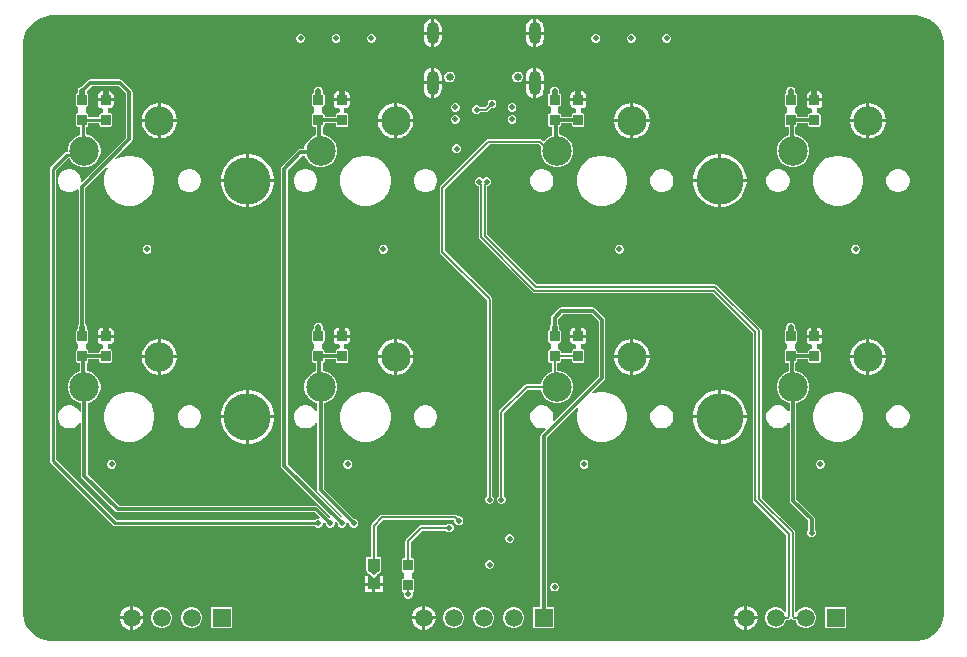
<source format=gbl>
%TF.GenerationSoftware,Altium Limited,Altium Designer,23.4.1 (23)*%
G04 Layer_Physical_Order=4*
G04 Layer_Color=16711680*
%FSLAX45Y45*%
%MOMM*%
%TF.SameCoordinates,4D4D268D-8FD5-4AED-B812-6AB8C36004BB*%
%TF.FilePolarity,Positive*%
%TF.FileFunction,Copper,L4,Bot,Signal*%
%TF.Part,Single*%
G01*
G75*
%TA.AperFunction,SMDPad,CuDef*%
G04:AMPARAMS|DCode=14|XSize=0.9mm|YSize=0.8mm|CornerRadius=0.06mm|HoleSize=0mm|Usage=FLASHONLY|Rotation=90.000|XOffset=0mm|YOffset=0mm|HoleType=Round|Shape=RoundedRectangle|*
%AMROUNDEDRECTD14*
21,1,0.90000,0.68000,0,0,90.0*
21,1,0.78000,0.80000,0,0,90.0*
1,1,0.12000,0.34000,0.39000*
1,1,0.12000,0.34000,-0.39000*
1,1,0.12000,-0.34000,-0.39000*
1,1,0.12000,-0.34000,0.39000*
%
%ADD14ROUNDEDRECTD14*%
%TA.AperFunction,Conductor*%
%ADD20C,0.50000*%
%ADD21C,0.20000*%
%ADD22C,0.30000*%
%ADD23C,0.25000*%
%ADD24C,0.18162*%
%TA.AperFunction,ComponentPad*%
%ADD25C,1.50000*%
%ADD26R,1.50000X1.50000*%
%ADD27C,2.50000*%
%ADD28C,0.64999*%
%ADD29O,1.00000X1.90000*%
%ADD30O,1.00000X2.10000*%
%ADD31C,4.00000*%
%TA.AperFunction,ViaPad*%
%ADD32C,0.50000*%
%TA.AperFunction,SMDPad,CuDef*%
%ADD33R,1.00000X0.90000*%
G36*
X7620089Y5290239D02*
X7666314Y5271092D01*
X7707915Y5243295D01*
X7743294Y5207915D01*
X7771092Y5166314D01*
X7790239Y5120089D01*
X7800000Y5071017D01*
Y5046000D01*
Y254000D01*
Y228983D01*
X7790239Y179911D01*
X7771092Y133686D01*
X7743294Y92084D01*
X7707915Y56705D01*
X7666314Y28908D01*
X7620089Y9761D01*
X7571017Y0D01*
X228983D01*
X179911Y9761D01*
X133686Y28908D01*
X92084Y56705D01*
X56705Y92084D01*
X28908Y133686D01*
X9761Y179911D01*
X0Y228983D01*
Y254000D01*
Y5046000D01*
Y5071017D01*
X9761Y5120089D01*
X28908Y5166314D01*
X56705Y5207915D01*
X92084Y5243295D01*
X133686Y5271092D01*
X179911Y5290239D01*
X228983Y5300000D01*
X7571017D01*
X7620089Y5290239D01*
D02*
G37*
%LPC*%
G36*
X3480189Y5267519D02*
Y5160840D01*
X3543540D01*
Y5193140D01*
X3540948Y5212824D01*
X3533351Y5231166D01*
X3521265Y5246916D01*
X3505514Y5259002D01*
X3487172Y5266600D01*
X3480189Y5267519D01*
D02*
G37*
G36*
X4345211D02*
Y5160840D01*
X4408562D01*
Y5193140D01*
X4405971Y5212824D01*
X4398373Y5231166D01*
X4386287Y5246916D01*
X4370537Y5259002D01*
X4352195Y5266600D01*
X4345211Y5267519D01*
D02*
G37*
G36*
X4319811D02*
X4312828Y5266600D01*
X4294486Y5259002D01*
X4278735Y5246916D01*
X4266650Y5231166D01*
X4259052Y5212824D01*
X4256461Y5193140D01*
Y5160840D01*
X4319811D01*
Y5267519D01*
D02*
G37*
G36*
X3454789D02*
X3447805Y5266600D01*
X3429464Y5259002D01*
X3413713Y5246916D01*
X3401627Y5231166D01*
X3394030Y5212824D01*
X3391438Y5193140D01*
Y5160840D01*
X3454789D01*
Y5267519D01*
D02*
G37*
G36*
X5457459Y5142500D02*
X5442541D01*
X5428758Y5136791D01*
X5418209Y5126242D01*
X5412500Y5112459D01*
Y5097541D01*
X5418209Y5083758D01*
X5428758Y5073209D01*
X5442541Y5067500D01*
X5457459D01*
X5471242Y5073209D01*
X5481791Y5083758D01*
X5487500Y5097541D01*
Y5112459D01*
X5481791Y5126242D01*
X5471242Y5136791D01*
X5457459Y5142500D01*
D02*
G37*
G36*
X5157459D02*
X5142541D01*
X5128758Y5136791D01*
X5118209Y5126242D01*
X5112500Y5112459D01*
Y5097541D01*
X5118209Y5083758D01*
X5128758Y5073209D01*
X5142541Y5067500D01*
X5157459D01*
X5171242Y5073209D01*
X5181791Y5083758D01*
X5187500Y5097541D01*
Y5112459D01*
X5181791Y5126242D01*
X5171242Y5136791D01*
X5157459Y5142500D01*
D02*
G37*
G36*
X4857459D02*
X4842541D01*
X4828758Y5136791D01*
X4818209Y5126242D01*
X4812500Y5112459D01*
Y5097541D01*
X4818209Y5083758D01*
X4828758Y5073209D01*
X4842541Y5067500D01*
X4857459D01*
X4871242Y5073209D01*
X4881791Y5083758D01*
X4887500Y5097541D01*
Y5112459D01*
X4881791Y5126242D01*
X4871242Y5136791D01*
X4857459Y5142500D01*
D02*
G37*
G36*
X2957459D02*
X2942540D01*
X2928758Y5136791D01*
X2918209Y5126242D01*
X2912500Y5112459D01*
Y5097541D01*
X2918209Y5083758D01*
X2928758Y5073209D01*
X2942540Y5067500D01*
X2957459D01*
X2971242Y5073209D01*
X2981791Y5083758D01*
X2987500Y5097541D01*
Y5112459D01*
X2981791Y5126242D01*
X2971242Y5136791D01*
X2957459Y5142500D01*
D02*
G37*
G36*
X2657459D02*
X2642541D01*
X2628758Y5136791D01*
X2618209Y5126242D01*
X2612500Y5112459D01*
Y5097541D01*
X2618209Y5083758D01*
X2628758Y5073209D01*
X2642541Y5067500D01*
X2657459D01*
X2671242Y5073209D01*
X2681791Y5083758D01*
X2687500Y5097541D01*
Y5112459D01*
X2681791Y5126242D01*
X2671242Y5136791D01*
X2657459Y5142500D01*
D02*
G37*
G36*
X2357459D02*
X2342541D01*
X2328758Y5136791D01*
X2318209Y5126242D01*
X2312500Y5112459D01*
Y5097541D01*
X2318209Y5083758D01*
X2328758Y5073209D01*
X2342541Y5067500D01*
X2357459D01*
X2371242Y5073209D01*
X2381791Y5083758D01*
X2387500Y5097541D01*
Y5112459D01*
X2381791Y5126242D01*
X2371242Y5136791D01*
X2357459Y5142500D01*
D02*
G37*
G36*
X4408562Y5135440D02*
X4345211D01*
Y5028762D01*
X4352195Y5029681D01*
X4370537Y5037279D01*
X4386287Y5049365D01*
X4398373Y5065115D01*
X4405971Y5083457D01*
X4408562Y5103140D01*
Y5135440D01*
D02*
G37*
G36*
X3543540D02*
X3480189D01*
Y5028762D01*
X3487172Y5029681D01*
X3505514Y5037279D01*
X3521265Y5049365D01*
X3533351Y5065115D01*
X3540948Y5083457D01*
X3543540Y5103140D01*
Y5135440D01*
D02*
G37*
G36*
X4319811D02*
X4256461D01*
Y5103140D01*
X4259052Y5083457D01*
X4266650Y5065115D01*
X4278735Y5049365D01*
X4294486Y5037279D01*
X4312828Y5029681D01*
X4319811Y5028762D01*
Y5135440D01*
D02*
G37*
G36*
X3454789D02*
X3391438D01*
Y5103140D01*
X3394030Y5083457D01*
X3401627Y5065115D01*
X3413713Y5049365D01*
X3429464Y5037279D01*
X3447805Y5029681D01*
X3454789Y5028762D01*
Y5135440D01*
D02*
G37*
G36*
X3480189Y4857520D02*
Y4740841D01*
X3543540D01*
Y4783141D01*
X3540948Y4802825D01*
X3533351Y4821166D01*
X3521265Y4836917D01*
X3505514Y4849003D01*
X3487172Y4856600D01*
X3480189Y4857520D01*
D02*
G37*
G36*
X4345211D02*
Y4740841D01*
X4408562D01*
Y4783141D01*
X4405971Y4802825D01*
X4398373Y4821166D01*
X4386287Y4836917D01*
X4370537Y4849003D01*
X4352195Y4856600D01*
X4345211Y4857520D01*
D02*
G37*
G36*
X4319811D02*
X4312828Y4856600D01*
X4294486Y4849003D01*
X4278735Y4836917D01*
X4266650Y4821166D01*
X4259052Y4802825D01*
X4256461Y4783141D01*
Y4740841D01*
X4319811D01*
Y4857520D01*
D02*
G37*
G36*
X3454789D02*
X3447805Y4856600D01*
X3429464Y4849003D01*
X3413713Y4836917D01*
X3401627Y4821166D01*
X3394030Y4802825D01*
X3391438Y4783141D01*
Y4740841D01*
X3454789D01*
Y4857520D01*
D02*
G37*
G36*
X4197940Y4823130D02*
X4180038D01*
X4163498Y4816280D01*
X4150840Y4803621D01*
X4143989Y4787082D01*
Y4769180D01*
X4150840Y4752641D01*
X4163498Y4739982D01*
X4180038Y4733132D01*
X4197940D01*
X4214479Y4739982D01*
X4227137Y4752641D01*
X4233988Y4769180D01*
Y4787082D01*
X4227137Y4803621D01*
X4214479Y4816280D01*
X4197940Y4823130D01*
D02*
G37*
G36*
X3619937D02*
X3602035D01*
X3585496Y4816280D01*
X3572837Y4803621D01*
X3565987Y4787082D01*
Y4769180D01*
X3572837Y4752641D01*
X3585496Y4739982D01*
X3602035Y4733132D01*
X3619937D01*
X3636476Y4739982D01*
X3649135Y4752641D01*
X3655986Y4769180D01*
Y4787082D01*
X3649135Y4803621D01*
X3636476Y4816280D01*
X3619937Y4823130D01*
D02*
G37*
G36*
X4408562Y4715441D02*
X4345211D01*
Y4598762D01*
X4352195Y4599682D01*
X4370537Y4607280D01*
X4386287Y4619365D01*
X4398373Y4635116D01*
X4405971Y4653458D01*
X4408562Y4673141D01*
Y4715441D01*
D02*
G37*
G36*
X3543540D02*
X3480189D01*
Y4598762D01*
X3487172Y4599682D01*
X3505514Y4607280D01*
X3521265Y4619365D01*
X3533351Y4635116D01*
X3540948Y4653458D01*
X3543540Y4673141D01*
Y4715441D01*
D02*
G37*
G36*
X4319811D02*
X4256461D01*
Y4673141D01*
X4259052Y4653458D01*
X4266650Y4635116D01*
X4278735Y4619365D01*
X4294486Y4607280D01*
X4312828Y4599682D01*
X4319811Y4598762D01*
Y4715441D01*
D02*
G37*
G36*
X3454789D02*
X3391438D01*
Y4673141D01*
X3394030Y4653458D01*
X3401627Y4635116D01*
X3413713Y4619365D01*
X3429464Y4607280D01*
X3447805Y4599682D01*
X3454789Y4598762D01*
Y4715441D01*
D02*
G37*
G36*
X6734000Y4656015D02*
X6712700D01*
Y4597700D01*
X6766015D01*
Y4624000D01*
X6763578Y4636251D01*
X6756638Y4646638D01*
X6746252Y4653578D01*
X6734000Y4656015D01*
D02*
G37*
G36*
X4734000D02*
X4712700D01*
Y4597700D01*
X4766015D01*
Y4624000D01*
X4763578Y4636251D01*
X4756638Y4646638D01*
X4746252Y4653578D01*
X4734000Y4656015D01*
D02*
G37*
G36*
X2734000D02*
X2712700D01*
Y4597700D01*
X2766015D01*
Y4624000D01*
X2763578Y4636251D01*
X2756638Y4646638D01*
X2746252Y4653578D01*
X2734000Y4656015D01*
D02*
G37*
G36*
X6687300D02*
X6666000D01*
X6653748Y4653578D01*
X6643362Y4646638D01*
X6636422Y4636251D01*
X6633985Y4624000D01*
Y4597700D01*
X6687300D01*
Y4656015D01*
D02*
G37*
G36*
X4687300D02*
X4666000D01*
X4653748Y4653578D01*
X4643362Y4646638D01*
X4636422Y4636251D01*
X4633985Y4624000D01*
Y4597700D01*
X4687300D01*
Y4656015D01*
D02*
G37*
G36*
X2687300D02*
X2666000D01*
X2653748Y4653578D01*
X2643362Y4646638D01*
X2636422Y4636251D01*
X2633985Y4624000D01*
Y4597700D01*
X2687300D01*
Y4656015D01*
D02*
G37*
G36*
X3977459Y4587500D02*
X3962541D01*
X3948758Y4581791D01*
X3938209Y4571242D01*
X3932500Y4557459D01*
Y4543618D01*
X3910885Y4522004D01*
X3871029D01*
X3861242Y4531791D01*
X3847459Y4537500D01*
X3832541D01*
X3818758Y4531791D01*
X3808209Y4521242D01*
X3802500Y4507459D01*
Y4492541D01*
X3808209Y4478758D01*
X3818758Y4468209D01*
X3832541Y4462500D01*
X3847459D01*
X3861242Y4468209D01*
X3871029Y4477996D01*
X3920000D01*
X3928420Y4479671D01*
X3935559Y4484441D01*
X3963618Y4512500D01*
X3977459D01*
X3991242Y4518209D01*
X4001791Y4528758D01*
X4007500Y4542541D01*
Y4557459D01*
X4001791Y4571242D01*
X3991242Y4581791D01*
X3977459Y4587500D01*
D02*
G37*
G36*
X4147468Y4557500D02*
X4132550D01*
X4118767Y4551791D01*
X4108218Y4541242D01*
X4102509Y4527459D01*
Y4512541D01*
X4108218Y4498758D01*
X4118767Y4488209D01*
X4132550Y4482500D01*
X4147468D01*
X4161251Y4488209D01*
X4171800Y4498758D01*
X4177509Y4512541D01*
Y4527459D01*
X4171800Y4541242D01*
X4161251Y4551791D01*
X4147468Y4557500D01*
D02*
G37*
G36*
X3667459D02*
X3652541D01*
X3638758Y4551791D01*
X3628209Y4541242D01*
X3622500Y4527459D01*
Y4512541D01*
X3628209Y4498758D01*
X3638758Y4488209D01*
X3652541Y4482500D01*
X3667459D01*
X3681242Y4488209D01*
X3691791Y4498758D01*
X3697500Y4512541D01*
Y4527459D01*
X3691791Y4541242D01*
X3681242Y4551791D01*
X3667459Y4557500D01*
D02*
G37*
G36*
X7168813Y4558400D02*
X7166700D01*
Y4420700D01*
X7304400D01*
Y4422813D01*
X7298620Y4451870D01*
X7287283Y4479241D01*
X7270823Y4503874D01*
X7249874Y4524823D01*
X7225241Y4541283D01*
X7197870Y4552620D01*
X7168813Y4558400D01*
D02*
G37*
G36*
X7141300D02*
X7139187D01*
X7110130Y4552620D01*
X7082759Y4541283D01*
X7058126Y4524823D01*
X7037177Y4503874D01*
X7020717Y4479241D01*
X7009380Y4451870D01*
X7003600Y4422813D01*
Y4420700D01*
X7141300D01*
Y4558400D01*
D02*
G37*
G36*
X5168813D02*
X5166700D01*
Y4420700D01*
X5304400D01*
Y4422813D01*
X5298620Y4451870D01*
X5287283Y4479241D01*
X5270823Y4503874D01*
X5249874Y4524823D01*
X5225241Y4541283D01*
X5197870Y4552620D01*
X5168813Y4558400D01*
D02*
G37*
G36*
X5141300D02*
X5139187D01*
X5110130Y4552620D01*
X5082759Y4541283D01*
X5058126Y4524823D01*
X5037177Y4503874D01*
X5020717Y4479241D01*
X5009380Y4451870D01*
X5003600Y4422813D01*
Y4420700D01*
X5141300D01*
Y4558400D01*
D02*
G37*
G36*
X3168813D02*
X3166700D01*
Y4420700D01*
X3304400D01*
Y4422813D01*
X3298620Y4451870D01*
X3287283Y4479241D01*
X3270823Y4503874D01*
X3249874Y4524823D01*
X3225241Y4541283D01*
X3197870Y4552620D01*
X3168813Y4558400D01*
D02*
G37*
G36*
X3141300D02*
X3139187D01*
X3110130Y4552620D01*
X3082759Y4541283D01*
X3058126Y4524823D01*
X3037177Y4503874D01*
X3020717Y4479241D01*
X3009380Y4451870D01*
X3003600Y4422813D01*
Y4420700D01*
X3141300D01*
Y4558400D01*
D02*
G37*
G36*
X1168813D02*
X1166700D01*
Y4420700D01*
X1304400D01*
Y4422813D01*
X1298620Y4451870D01*
X1287283Y4479241D01*
X1270823Y4503874D01*
X1249874Y4524823D01*
X1225241Y4541283D01*
X1197870Y4552620D01*
X1168813Y4558400D01*
D02*
G37*
G36*
X1141300D02*
X1139187D01*
X1110130Y4552620D01*
X1082759Y4541283D01*
X1058126Y4524823D01*
X1037177Y4503874D01*
X1020717Y4479241D01*
X1009380Y4451870D01*
X1003600Y4422813D01*
Y4420700D01*
X1141300D01*
Y4558400D01*
D02*
G37*
G36*
X4147468Y4457500D02*
X4132550D01*
X4118767Y4451791D01*
X4108218Y4441242D01*
X4102509Y4427459D01*
Y4412541D01*
X4108218Y4398758D01*
X4118767Y4388209D01*
X4132550Y4382500D01*
X4147468D01*
X4161251Y4388209D01*
X4171800Y4398758D01*
X4177509Y4412541D01*
Y4427459D01*
X4171800Y4441242D01*
X4161251Y4451791D01*
X4147468Y4457500D01*
D02*
G37*
G36*
X3667459D02*
X3652541D01*
X3638758Y4451791D01*
X3628209Y4441242D01*
X3622500Y4427459D01*
Y4412541D01*
X3628209Y4398758D01*
X3638758Y4388209D01*
X3652541Y4382500D01*
X3667459D01*
X3681242Y4388209D01*
X3691791Y4398758D01*
X3697500Y4412541D01*
Y4427459D01*
X3691791Y4441242D01*
X3681242Y4451791D01*
X3667459Y4457500D01*
D02*
G37*
G36*
X6500000Y4698235D02*
X6496307Y4697500D01*
X6492541D01*
X6489062Y4696059D01*
X6485368Y4695324D01*
X6482237Y4693232D01*
X6478758Y4691791D01*
X6476096Y4689129D01*
X6472964Y4687036D01*
X6470871Y4683905D01*
X6468209Y4681242D01*
X6466768Y4677763D01*
X6464676Y4674632D01*
X6463941Y4670938D01*
X6462500Y4667459D01*
Y4663693D01*
X6461765Y4660000D01*
Y4642020D01*
X6458782Y4641427D01*
X6452662Y4637338D01*
X6448573Y4631218D01*
X6447137Y4624000D01*
Y4546000D01*
X6448573Y4538782D01*
X6452662Y4532662D01*
X6458781Y4528573D01*
X6466467Y4520016D01*
Y4480016D01*
X6458781Y4471427D01*
X6452662Y4467338D01*
X6448573Y4461218D01*
X6447137Y4454000D01*
Y4376000D01*
X6448573Y4368782D01*
X6452662Y4362662D01*
X6458782Y4358573D01*
X6466000Y4357138D01*
X6481461D01*
Y4286292D01*
X6465927Y4282130D01*
X6434573Y4264028D01*
X6408972Y4238427D01*
X6390870Y4207073D01*
X6381500Y4172102D01*
Y4135898D01*
X6390870Y4100927D01*
X6408972Y4069573D01*
X6434573Y4043973D01*
X6465927Y4025871D01*
X6500898Y4016500D01*
X6537102D01*
X6572073Y4025871D01*
X6603427Y4043973D01*
X6629027Y4069573D01*
X6647129Y4100927D01*
X6656500Y4135898D01*
Y4172102D01*
X6647129Y4207073D01*
X6629027Y4238427D01*
X6603427Y4264028D01*
X6572073Y4282130D01*
X6537539Y4291383D01*
Y4357841D01*
X6541218Y4358573D01*
X6547338Y4362662D01*
X6551427Y4368782D01*
X6552862Y4376000D01*
Y4386961D01*
X6647138D01*
Y4376000D01*
X6648573Y4368781D01*
X6652662Y4362662D01*
X6658782Y4358573D01*
X6666000Y4357137D01*
X6734000D01*
X6741218Y4358573D01*
X6747338Y4362662D01*
X6751427Y4368781D01*
X6752863Y4376000D01*
Y4454000D01*
X6751427Y4461218D01*
X6747338Y4467338D01*
X6741218Y4471426D01*
X6734000Y4472862D01*
X6729744D01*
X6720000Y4480000D01*
X6720000Y4485563D01*
Y4513985D01*
X6734000D01*
X6746252Y4516422D01*
X6756638Y4523362D01*
X6763578Y4533748D01*
X6766015Y4546000D01*
Y4572300D01*
X6700000D01*
X6633985D01*
Y4546000D01*
X6636422Y4533748D01*
X6643362Y4523362D01*
X6653748Y4516422D01*
X6666000Y4513985D01*
X6671020D01*
X6680000Y4505004D01*
X6680000Y4480000D01*
X6670256Y4472862D01*
X6666000D01*
X6658782Y4471426D01*
X6652662Y4467338D01*
X6648573Y4461218D01*
X6647138Y4454000D01*
Y4443039D01*
X6552862D01*
Y4454000D01*
X6551427Y4461218D01*
X6547338Y4467338D01*
X6541219Y4471427D01*
X6533527Y4480016D01*
Y4520016D01*
X6541219Y4528573D01*
X6547338Y4532662D01*
X6551427Y4538782D01*
X6552862Y4546000D01*
Y4624000D01*
X6551427Y4631218D01*
X6547338Y4637338D01*
X6541218Y4641427D01*
X6538235Y4642020D01*
Y4660000D01*
X6537500Y4663693D01*
Y4667459D01*
X6536059Y4670938D01*
X6535324Y4674632D01*
X6533232Y4677763D01*
X6531791Y4681242D01*
X6529128Y4683905D01*
X6527036Y4687036D01*
X6523904Y4689129D01*
X6521242Y4691791D01*
X6517763Y4693232D01*
X6514632Y4695324D01*
X6510938Y4696059D01*
X6507459Y4697500D01*
X6503693D01*
X6500000Y4698235D01*
D02*
G37*
G36*
X4500000D02*
X4496307Y4697500D01*
X4492541D01*
X4489062Y4696059D01*
X4485368Y4695324D01*
X4482237Y4693232D01*
X4478758Y4691791D01*
X4476095Y4689129D01*
X4472964Y4687036D01*
X4470871Y4683905D01*
X4468209Y4681242D01*
X4466768Y4677763D01*
X4464676Y4674632D01*
X4463941Y4670938D01*
X4462500Y4667459D01*
Y4663693D01*
X4461765Y4660000D01*
Y4642020D01*
X4458782Y4641427D01*
X4452662Y4637338D01*
X4448573Y4631218D01*
X4447137Y4624000D01*
Y4546000D01*
X4448573Y4538782D01*
X4452662Y4532662D01*
X4458781Y4528573D01*
X4466465Y4519999D01*
Y4479999D01*
X4458781Y4471427D01*
X4452662Y4467338D01*
X4448573Y4461218D01*
X4447137Y4454000D01*
Y4376000D01*
X4448573Y4368782D01*
X4452662Y4362662D01*
X4458782Y4358573D01*
X4466000Y4357138D01*
X4481461D01*
Y4286292D01*
X4465927Y4282130D01*
X4434573Y4264028D01*
X4408973Y4238427D01*
X4405266Y4237939D01*
X4396984Y4246221D01*
X4389541Y4251194D01*
X4380762Y4252941D01*
X3940000D01*
X3931221Y4251194D01*
X3923778Y4246221D01*
X3533779Y3856221D01*
X3528805Y3848779D01*
X3527059Y3840000D01*
Y3300000D01*
X3528805Y3291221D01*
X3533779Y3283779D01*
X3927059Y2890498D01*
Y1230092D01*
X3918209Y1221242D01*
X3912500Y1207459D01*
Y1192541D01*
X3918209Y1178758D01*
X3928758Y1168209D01*
X3942541Y1162500D01*
X3957459D01*
X3971242Y1168209D01*
X3981791Y1178758D01*
X3987500Y1192541D01*
Y1207459D01*
X3981791Y1221242D01*
X3972941Y1230092D01*
Y2900000D01*
X3971194Y2908779D01*
X3966222Y2916221D01*
X3572941Y3309502D01*
Y3830498D01*
X3949502Y4207059D01*
X4371260D01*
X4386723Y4191596D01*
X4381500Y4172102D01*
Y4135898D01*
X4390870Y4100927D01*
X4408972Y4069573D01*
X4434573Y4043973D01*
X4465927Y4025871D01*
X4500898Y4016500D01*
X4537102D01*
X4572073Y4025871D01*
X4603427Y4043973D01*
X4629027Y4069573D01*
X4647129Y4100927D01*
X4656500Y4135898D01*
Y4172102D01*
X4647129Y4207073D01*
X4629027Y4238427D01*
X4603427Y4264028D01*
X4572073Y4282130D01*
X4537539Y4291383D01*
Y4357841D01*
X4541218Y4358573D01*
X4547338Y4362662D01*
X4551427Y4368782D01*
X4552862Y4376000D01*
Y4386961D01*
X4647138D01*
Y4376000D01*
X4648573Y4368781D01*
X4652662Y4362662D01*
X4658782Y4358573D01*
X4666000Y4357137D01*
X4734000D01*
X4741218Y4358573D01*
X4747338Y4362662D01*
X4751427Y4368781D01*
X4752862Y4376000D01*
Y4454000D01*
X4751427Y4461218D01*
X4747338Y4467338D01*
X4741218Y4471426D01*
X4734000Y4472862D01*
X4729744D01*
X4720000Y4480000D01*
X4720000Y4485563D01*
Y4513985D01*
X4734000D01*
X4746252Y4516422D01*
X4756638Y4523362D01*
X4763578Y4533748D01*
X4766015Y4546000D01*
Y4572300D01*
X4700000D01*
X4633985D01*
Y4546000D01*
X4636422Y4533748D01*
X4643362Y4523362D01*
X4653748Y4516422D01*
X4666000Y4513985D01*
X4671020D01*
X4680000Y4505004D01*
X4680000Y4480000D01*
X4670256Y4472862D01*
X4666000D01*
X4658782Y4471426D01*
X4652662Y4467338D01*
X4648573Y4461218D01*
X4647138Y4454000D01*
Y4443039D01*
X4552862D01*
Y4454000D01*
X4551427Y4461218D01*
X4547338Y4467338D01*
X4541219Y4471427D01*
X4533525Y4479999D01*
Y4519999D01*
X4541219Y4528573D01*
X4547338Y4532662D01*
X4551427Y4538782D01*
X4552862Y4546000D01*
Y4624000D01*
X4551427Y4631218D01*
X4547338Y4637338D01*
X4541218Y4641427D01*
X4538235Y4642020D01*
Y4660000D01*
X4537500Y4663693D01*
Y4667459D01*
X4536059Y4670938D01*
X4535324Y4674632D01*
X4533232Y4677763D01*
X4531791Y4681242D01*
X4529128Y4683905D01*
X4527036Y4687036D01*
X4523904Y4689129D01*
X4521242Y4691791D01*
X4517763Y4693232D01*
X4514632Y4695324D01*
X4510938Y4696059D01*
X4507459Y4697500D01*
X4503693D01*
X4500000Y4698235D01*
D02*
G37*
G36*
X820000Y4758039D02*
X570000D01*
X559270Y4755904D01*
X550173Y4749826D01*
X498230Y4697883D01*
X496307Y4697500D01*
X492541D01*
X489062Y4696059D01*
X485368Y4695324D01*
X482237Y4693232D01*
X478758Y4691791D01*
X476096Y4689129D01*
X472964Y4687036D01*
X470872Y4683905D01*
X468209Y4681242D01*
X466768Y4677763D01*
X464676Y4674632D01*
X463941Y4670938D01*
X462500Y4667459D01*
Y4663693D01*
X461765Y4660000D01*
Y4642020D01*
X458782Y4641427D01*
X452662Y4637338D01*
X448573Y4631218D01*
X447138Y4624000D01*
Y4546000D01*
X448573Y4538782D01*
X452662Y4532662D01*
X458781Y4528573D01*
X466470Y4520037D01*
Y4480037D01*
X458781Y4471427D01*
X452662Y4467338D01*
X448573Y4461218D01*
X447138Y4454000D01*
Y4376000D01*
X448573Y4368782D01*
X452662Y4362662D01*
X458782Y4358573D01*
X466000Y4357138D01*
X484010D01*
Y4286975D01*
X465927Y4282130D01*
X434573Y4264028D01*
X408973Y4238427D01*
X390870Y4207073D01*
X381500Y4172102D01*
Y4147085D01*
X371595D01*
X361841Y4145145D01*
X353572Y4139619D01*
X231976Y4018024D01*
X226451Y4009754D01*
X224510Y4000000D01*
Y1530000D01*
X226451Y1520245D01*
X231976Y1511976D01*
X761976Y981976D01*
X770245Y976451D01*
X780000Y974510D01*
X2472457D01*
X2478758Y968209D01*
X2492541Y962500D01*
X2507459D01*
X2521242Y968209D01*
X2531791Y978758D01*
X2537500Y992541D01*
Y1004886D01*
X2544817Y1009738D01*
X2549233Y1011114D01*
X2562500Y997847D01*
Y992541D01*
X2568209Y978758D01*
X2578758Y968209D01*
X2592541Y962500D01*
X2607459D01*
X2621242Y968209D01*
X2631791Y978758D01*
X2637500Y992541D01*
Y1004886D01*
X2644816Y1009738D01*
X2649233Y1011114D01*
X2662500Y997847D01*
Y992541D01*
X2668209Y978758D01*
X2678758Y968209D01*
X2692541Y962500D01*
X2707459D01*
X2721242Y968209D01*
X2731791Y978758D01*
X2737500Y992541D01*
Y1004886D01*
X2744816Y1009738D01*
X2749233Y1011114D01*
X2762500Y997847D01*
Y992541D01*
X2768209Y978758D01*
X2778758Y968209D01*
X2792541Y962500D01*
X2807459D01*
X2821242Y968209D01*
X2831791Y978758D01*
X2837500Y992541D01*
Y1007459D01*
X2831791Y1021242D01*
X2821242Y1031791D01*
X2807459Y1037500D01*
X2802153D01*
X2547039Y1292614D01*
Y2019162D01*
X2572073Y2025870D01*
X2603427Y2043973D01*
X2629028Y2069573D01*
X2647130Y2100927D01*
X2656500Y2135898D01*
Y2172102D01*
X2647130Y2207073D01*
X2629028Y2238427D01*
X2603427Y2264027D01*
X2572073Y2282130D01*
X2537539Y2291383D01*
Y2357842D01*
X2541218Y2358574D01*
X2547338Y2362663D01*
X2551427Y2368782D01*
X2552863Y2376000D01*
Y2386961D01*
X2647137D01*
Y2376000D01*
X2648573Y2368782D01*
X2652662Y2362662D01*
X2658782Y2358573D01*
X2666000Y2357138D01*
X2734000D01*
X2741218Y2358573D01*
X2747338Y2362662D01*
X2751427Y2368782D01*
X2752862Y2376000D01*
Y2454000D01*
X2751427Y2461218D01*
X2747338Y2467338D01*
X2741218Y2471427D01*
X2734000Y2472862D01*
X2729744D01*
X2720000Y2480000D01*
X2720000Y2485563D01*
Y2513985D01*
X2734000D01*
X2746252Y2516422D01*
X2756638Y2523362D01*
X2763578Y2533748D01*
X2766015Y2546000D01*
Y2572300D01*
X2700000D01*
X2633985D01*
Y2546000D01*
X2636422Y2533748D01*
X2643362Y2523362D01*
X2653748Y2516422D01*
X2666000Y2513985D01*
X2671020D01*
X2680000Y2505004D01*
X2680000Y2480000D01*
X2670256Y2472862D01*
X2666000D01*
X2658782Y2471427D01*
X2652662Y2467338D01*
X2648573Y2461218D01*
X2647137Y2454000D01*
Y2443039D01*
X2552863D01*
Y2454000D01*
X2551427Y2461219D01*
X2547338Y2467338D01*
X2541219Y2471427D01*
X2533531Y2480015D01*
Y2520014D01*
X2541219Y2528574D01*
X2547338Y2532662D01*
X2551427Y2538782D01*
X2552863Y2546000D01*
Y2624000D01*
X2551427Y2631219D01*
X2547338Y2637338D01*
X2541218Y2641427D01*
X2538235Y2642020D01*
Y2660000D01*
X2537500Y2663693D01*
Y2667459D01*
X2536059Y2670938D01*
X2535324Y2674632D01*
X2533232Y2677763D01*
X2531791Y2681242D01*
X2529129Y2683904D01*
X2527036Y2687036D01*
X2523905Y2689128D01*
X2521242Y2691791D01*
X2517763Y2693232D01*
X2514632Y2695324D01*
X2510938Y2696059D01*
X2507459Y2697500D01*
X2503693D01*
X2500000Y2698235D01*
X2496307Y2697500D01*
X2492541D01*
X2489062Y2696059D01*
X2485368Y2695324D01*
X2482237Y2693232D01*
X2478758Y2691791D01*
X2476096Y2689128D01*
X2472964Y2687036D01*
X2470872Y2683904D01*
X2468209Y2681242D01*
X2466768Y2677763D01*
X2464676Y2674632D01*
X2463941Y2670938D01*
X2462500Y2667459D01*
Y2663693D01*
X2461765Y2660000D01*
Y2642020D01*
X2458782Y2641427D01*
X2452662Y2637338D01*
X2448573Y2631219D01*
X2447138Y2624000D01*
Y2546000D01*
X2448573Y2538782D01*
X2452662Y2532662D01*
X2458781Y2528574D01*
X2466471Y2520014D01*
Y2480015D01*
X2458781Y2471427D01*
X2452662Y2467338D01*
X2448573Y2461219D01*
X2447138Y2454000D01*
Y2376000D01*
X2448573Y2368782D01*
X2452662Y2362663D01*
X2458782Y2358574D01*
X2466000Y2357138D01*
X2481461D01*
Y2286292D01*
X2465927Y2282130D01*
X2434573Y2264027D01*
X2408973Y2238427D01*
X2390871Y2207073D01*
X2381500Y2172102D01*
Y2135898D01*
X2390871Y2100927D01*
X2408973Y2069573D01*
X2434573Y2043973D01*
X2465927Y2025870D01*
X2490961Y2019162D01*
Y1948994D01*
X2478261Y1945591D01*
X2470019Y1959866D01*
X2451866Y1978019D01*
X2429634Y1990855D01*
X2404836Y1997500D01*
X2379164D01*
X2354366Y1990855D01*
X2332134Y1978019D01*
X2313981Y1959866D01*
X2301145Y1937634D01*
X2294500Y1912836D01*
Y1887164D01*
X2301145Y1862366D01*
X2313981Y1840134D01*
X2332134Y1821981D01*
X2354366Y1809145D01*
X2379164Y1802500D01*
X2404836D01*
X2429634Y1809145D01*
X2451866Y1821981D01*
X2470019Y1840134D01*
X2478261Y1854409D01*
X2490961Y1851006D01*
Y1281000D01*
X2493096Y1270270D01*
X2499174Y1261173D01*
X2702735Y1057612D01*
X2697404Y1044982D01*
X2694634Y1045019D01*
X2240465Y1499188D01*
Y3990812D01*
X2360614Y4110961D01*
X2388182D01*
X2390871Y4100927D01*
X2408973Y4069573D01*
X2434573Y4043973D01*
X2465927Y4025871D01*
X2500898Y4016500D01*
X2537102D01*
X2572073Y4025871D01*
X2603427Y4043973D01*
X2629028Y4069573D01*
X2647130Y4100927D01*
X2656500Y4135898D01*
Y4172102D01*
X2647130Y4207073D01*
X2629028Y4238427D01*
X2603427Y4264028D01*
X2572073Y4282130D01*
X2537539Y4291383D01*
Y4357841D01*
X2541218Y4358573D01*
X2547338Y4362662D01*
X2551427Y4368782D01*
X2552863Y4376000D01*
Y4386961D01*
X2647137D01*
Y4376000D01*
X2648573Y4368781D01*
X2652662Y4362662D01*
X2658782Y4358573D01*
X2666000Y4357137D01*
X2734000D01*
X2741218Y4358573D01*
X2747338Y4362662D01*
X2751427Y4368781D01*
X2752862Y4376000D01*
Y4454000D01*
X2751427Y4461218D01*
X2747338Y4467338D01*
X2741218Y4471426D01*
X2734000Y4472862D01*
X2729744D01*
X2720000Y4480000D01*
X2720000Y4485563D01*
Y4513985D01*
X2734000D01*
X2746252Y4516422D01*
X2756638Y4523362D01*
X2763578Y4533748D01*
X2766015Y4546000D01*
Y4572300D01*
X2700000D01*
X2633985D01*
Y4546000D01*
X2636422Y4533748D01*
X2643362Y4523362D01*
X2653748Y4516422D01*
X2666000Y4513985D01*
X2671020D01*
X2680000Y4505004D01*
X2680000Y4480000D01*
X2670256Y4472862D01*
X2666000D01*
X2658782Y4471426D01*
X2652662Y4467338D01*
X2648573Y4461218D01*
X2647137Y4454000D01*
Y4443039D01*
X2552863D01*
Y4454000D01*
X2551427Y4461218D01*
X2547338Y4467338D01*
X2541219Y4471427D01*
X2533531Y4480031D01*
Y4520031D01*
X2541219Y4528573D01*
X2547338Y4532662D01*
X2551427Y4538782D01*
X2552863Y4546000D01*
Y4624000D01*
X2551427Y4631218D01*
X2547338Y4637338D01*
X2541218Y4641427D01*
X2538235Y4642020D01*
Y4660000D01*
X2537500Y4663693D01*
Y4667459D01*
X2536059Y4670938D01*
X2535324Y4674632D01*
X2533232Y4677763D01*
X2531791Y4681242D01*
X2529129Y4683905D01*
X2527036Y4687036D01*
X2523905Y4689129D01*
X2521242Y4691791D01*
X2517763Y4693232D01*
X2514632Y4695324D01*
X2510938Y4696059D01*
X2507459Y4697500D01*
X2503693D01*
X2500000Y4698235D01*
X2496307Y4697500D01*
X2492541D01*
X2489062Y4696059D01*
X2485368Y4695324D01*
X2482237Y4693232D01*
X2478758Y4691791D01*
X2476096Y4689129D01*
X2472964Y4687036D01*
X2470872Y4683905D01*
X2468209Y4681242D01*
X2466768Y4677763D01*
X2464676Y4674632D01*
X2463941Y4670938D01*
X2462500Y4667459D01*
Y4663693D01*
X2461765Y4660000D01*
Y4642020D01*
X2458782Y4641427D01*
X2452662Y4637338D01*
X2448573Y4631218D01*
X2447138Y4624000D01*
Y4546000D01*
X2448573Y4538782D01*
X2452662Y4532662D01*
X2458781Y4528573D01*
X2466471Y4520031D01*
Y4480031D01*
X2458781Y4471427D01*
X2452662Y4467338D01*
X2448573Y4461218D01*
X2447138Y4454000D01*
Y4376000D01*
X2448573Y4368782D01*
X2452662Y4362662D01*
X2458782Y4358573D01*
X2466000Y4357138D01*
X2481461D01*
Y4286292D01*
X2465927Y4282130D01*
X2434573Y4264028D01*
X2408973Y4238427D01*
X2390871Y4207073D01*
X2381500Y4172102D01*
Y4167039D01*
X2349000D01*
X2338270Y4164905D01*
X2329174Y4158827D01*
X2192600Y4022253D01*
X2186522Y4013156D01*
X2184387Y4002426D01*
Y1487574D01*
X2186522Y1476844D01*
X2192600Y1467747D01*
X2602735Y1057612D01*
X2597404Y1044982D01*
X2594634Y1045019D01*
X2499826Y1139827D01*
X2490730Y1145904D01*
X2480000Y1148039D01*
X811614D01*
X547039Y1412614D01*
Y2019162D01*
X572073Y2025870D01*
X603427Y2043973D01*
X629027Y2069573D01*
X647130Y2100927D01*
X656500Y2135898D01*
Y2172102D01*
X647130Y2207073D01*
X629027Y2238427D01*
X603427Y2264027D01*
X572073Y2282130D01*
X537539Y2291383D01*
Y2357842D01*
X541218Y2358574D01*
X547338Y2362663D01*
X551427Y2368782D01*
X552862Y2376000D01*
Y2386961D01*
X647137D01*
Y2376000D01*
X648573Y2368782D01*
X652662Y2362662D01*
X658782Y2358573D01*
X666000Y2357138D01*
X734000D01*
X741218Y2358573D01*
X747338Y2362662D01*
X751426Y2368782D01*
X752862Y2376000D01*
Y2454000D01*
X751426Y2461218D01*
X747338Y2467338D01*
X741218Y2471427D01*
X734000Y2472862D01*
X729744D01*
X720000Y2480000D01*
X720000Y2485563D01*
Y2513985D01*
X734000D01*
X746251Y2516422D01*
X756638Y2523362D01*
X763578Y2533748D01*
X766015Y2546000D01*
Y2572300D01*
X700000D01*
X633985D01*
Y2546000D01*
X636422Y2533748D01*
X643362Y2523362D01*
X653748Y2516422D01*
X666000Y2513985D01*
X671019D01*
X680000Y2505004D01*
X680000Y2480000D01*
X670256Y2472862D01*
X666000D01*
X658782Y2471427D01*
X652662Y2467338D01*
X648573Y2461218D01*
X647137Y2454000D01*
Y2443039D01*
X552862D01*
Y2454000D01*
X551427Y2461219D01*
X547338Y2467338D01*
X541219Y2471427D01*
X533530Y2480002D01*
Y2520001D01*
X541219Y2528574D01*
X547338Y2532662D01*
X551427Y2538782D01*
X552862Y2546000D01*
Y2624000D01*
X551427Y2631219D01*
X547338Y2637338D01*
X541218Y2641427D01*
X538235Y2642020D01*
Y2660000D01*
X537500Y2663693D01*
Y2667459D01*
X536059Y2670938D01*
X535324Y2674632D01*
X533232Y2677763D01*
X531791Y2681242D01*
X529128Y2683904D01*
X528039Y2685535D01*
Y3838386D01*
X708696Y4019043D01*
X718561Y4010948D01*
X711685Y4000656D01*
X695666Y3961984D01*
X687500Y3920929D01*
Y3879071D01*
X695666Y3838016D01*
X711685Y3799344D01*
X734940Y3764539D01*
X764539Y3734940D01*
X799344Y3711685D01*
X838016Y3695666D01*
X879071Y3687500D01*
X920929D01*
X961984Y3695666D01*
X1000656Y3711685D01*
X1035461Y3734940D01*
X1065060Y3764539D01*
X1088315Y3799344D01*
X1104334Y3838016D01*
X1112500Y3879071D01*
Y3920929D01*
X1104334Y3961984D01*
X1088315Y4000656D01*
X1065060Y4035461D01*
X1035461Y4065060D01*
X1000656Y4088315D01*
X961984Y4104334D01*
X920929Y4112500D01*
X879071D01*
X838016Y4104334D01*
X799344Y4088315D01*
X789053Y4081439D01*
X780957Y4091304D01*
X919826Y4230173D01*
X925904Y4239270D01*
X928039Y4250000D01*
Y4650000D01*
X925904Y4660730D01*
X919826Y4669827D01*
X839827Y4749826D01*
X830730Y4755904D01*
X820000Y4758039D01*
D02*
G37*
G36*
X7304400Y4395300D02*
X7166700D01*
Y4257600D01*
X7168813D01*
X7197870Y4263380D01*
X7225241Y4274717D01*
X7249874Y4291177D01*
X7270823Y4312126D01*
X7287283Y4336759D01*
X7298620Y4364130D01*
X7304400Y4393187D01*
Y4395300D01*
D02*
G37*
G36*
X7141300D02*
X7003600D01*
Y4393187D01*
X7009380Y4364130D01*
X7020717Y4336759D01*
X7037177Y4312126D01*
X7058126Y4291177D01*
X7082759Y4274717D01*
X7110130Y4263380D01*
X7139187Y4257600D01*
X7141300D01*
Y4395300D01*
D02*
G37*
G36*
X5304400D02*
X5166700D01*
Y4257600D01*
X5168813D01*
X5197870Y4263380D01*
X5225241Y4274717D01*
X5249874Y4291177D01*
X5270823Y4312126D01*
X5287283Y4336759D01*
X5298620Y4364130D01*
X5304400Y4393187D01*
Y4395300D01*
D02*
G37*
G36*
X5141300D02*
X5003600D01*
Y4393187D01*
X5009380Y4364130D01*
X5020717Y4336759D01*
X5037177Y4312126D01*
X5058126Y4291177D01*
X5082759Y4274717D01*
X5110130Y4263380D01*
X5139187Y4257600D01*
X5141300D01*
Y4395300D01*
D02*
G37*
G36*
X3304400D02*
X3166700D01*
Y4257600D01*
X3168813D01*
X3197870Y4263380D01*
X3225241Y4274717D01*
X3249874Y4291177D01*
X3270823Y4312126D01*
X3287283Y4336759D01*
X3298620Y4364130D01*
X3304400Y4393187D01*
Y4395300D01*
D02*
G37*
G36*
X3141300D02*
X3003600D01*
Y4393187D01*
X3009380Y4364130D01*
X3020717Y4336759D01*
X3037177Y4312126D01*
X3058126Y4291177D01*
X3082759Y4274717D01*
X3110130Y4263380D01*
X3139187Y4257600D01*
X3141300D01*
Y4395300D01*
D02*
G37*
G36*
X1304400D02*
X1166700D01*
Y4257600D01*
X1168813D01*
X1197870Y4263380D01*
X1225241Y4274717D01*
X1249874Y4291177D01*
X1270823Y4312126D01*
X1287283Y4336759D01*
X1298620Y4364130D01*
X1304400Y4393187D01*
Y4395300D01*
D02*
G37*
G36*
X1141300D02*
X1003600D01*
Y4393187D01*
X1009380Y4364130D01*
X1020717Y4336759D01*
X1037177Y4312126D01*
X1058126Y4291177D01*
X1082759Y4274717D01*
X1110130Y4263380D01*
X1139187Y4257600D01*
X1141300D01*
Y4395300D01*
D02*
G37*
G36*
X3677459Y4207500D02*
X3662541D01*
X3648758Y4201791D01*
X3638209Y4191242D01*
X3632500Y4177459D01*
Y4162541D01*
X3638209Y4148758D01*
X3648758Y4138209D01*
X3662541Y4132500D01*
X3677459D01*
X3691242Y4138209D01*
X3701791Y4148758D01*
X3707500Y4162541D01*
Y4177459D01*
X3701791Y4191242D01*
X3691242Y4201791D01*
X3677459Y4207500D01*
D02*
G37*
G36*
X5922200Y4125400D02*
X5912700D01*
Y3912700D01*
X6125400D01*
Y3922200D01*
X6116738Y3965747D01*
X6099747Y4006767D01*
X6075080Y4043684D01*
X6043684Y4075080D01*
X6006767Y4099747D01*
X5965747Y4116738D01*
X5922200Y4125400D01*
D02*
G37*
G36*
X5887300D02*
X5877800D01*
X5834253Y4116738D01*
X5793233Y4099747D01*
X5756316Y4075080D01*
X5724920Y4043684D01*
X5700253Y4006767D01*
X5683262Y3965747D01*
X5674600Y3922200D01*
Y3912700D01*
X5887300D01*
Y4125400D01*
D02*
G37*
G36*
X1922200D02*
X1912700D01*
Y3912700D01*
X2125400D01*
Y3922200D01*
X2116738Y3965747D01*
X2099747Y4006767D01*
X2075080Y4043684D01*
X2043684Y4075080D01*
X2006767Y4099747D01*
X1965747Y4116738D01*
X1922200Y4125400D01*
D02*
G37*
G36*
X1887300D02*
X1877800D01*
X1834253Y4116738D01*
X1793233Y4099747D01*
X1756316Y4075080D01*
X1724920Y4043684D01*
X1700253Y4006767D01*
X1683262Y3965747D01*
X1674600Y3922200D01*
Y3912700D01*
X1887300D01*
Y4125400D01*
D02*
G37*
G36*
X3933278Y3927500D02*
X3918360D01*
X3904577Y3921791D01*
X3894569Y3911783D01*
X3884561Y3921791D01*
X3870778Y3927500D01*
X3855860D01*
X3842077Y3921791D01*
X3831528Y3911242D01*
X3825819Y3897460D01*
Y3882541D01*
X3831528Y3868758D01*
X3842077Y3858209D01*
X3855860Y3852500D01*
X3857134D01*
Y3420863D01*
X3858809Y3412442D01*
X3863579Y3405303D01*
X4314440Y2954442D01*
X4314441Y2954441D01*
X4321580Y2949671D01*
X4330000Y2947996D01*
X5840886D01*
X6177996Y2610886D01*
Y1194569D01*
X6179671Y1186148D01*
X6184441Y1179010D01*
X6462565Y900886D01*
Y245278D01*
X6449865Y241875D01*
X6443021Y253728D01*
X6426730Y270019D01*
X6406778Y281539D01*
X6384523Y287502D01*
X6361484D01*
X6339230Y281539D01*
X6319277Y270019D01*
X6302986Y253728D01*
X6291467Y233776D01*
X6285504Y211522D01*
Y188482D01*
X6291467Y166228D01*
X6302986Y146276D01*
X6319277Y129984D01*
X6339230Y118465D01*
X6361484Y112502D01*
X6384523D01*
X6406778Y118465D01*
X6426730Y129984D01*
X6443021Y146276D01*
X6454541Y166228D01*
X6457694Y177996D01*
X6473929D01*
X6482350Y179671D01*
X6489489Y184441D01*
X6500000Y194952D01*
X6510511Y184441D01*
X6517650Y179671D01*
X6526070Y177996D01*
X6542305D01*
X6545459Y166224D01*
X6556979Y146272D01*
X6573270Y129981D01*
X6593222Y118461D01*
X6615476Y112498D01*
X6638516D01*
X6660770Y118461D01*
X6680722Y129981D01*
X6697013Y146272D01*
X6708533Y166224D01*
X6714496Y188479D01*
Y211518D01*
X6708533Y233772D01*
X6697013Y253725D01*
X6680722Y270016D01*
X6660770Y281535D01*
X6638516Y287498D01*
X6615476D01*
X6593222Y281535D01*
X6573270Y270016D01*
X6556979Y253725D01*
X6550135Y241871D01*
X6537435Y245275D01*
Y922783D01*
X6537435Y922784D01*
X6535760Y931204D01*
X6530990Y938343D01*
X6530989Y938344D01*
X6252866Y1216467D01*
Y2632784D01*
X6251191Y2641205D01*
X6246422Y2648343D01*
X6246421Y2648344D01*
X5878343Y3016422D01*
X5871204Y3021192D01*
X5862784Y3022866D01*
X4351898D01*
X3932004Y3442761D01*
Y3852500D01*
X3933278D01*
X3947061Y3858209D01*
X3957610Y3868758D01*
X3963319Y3882541D01*
Y3897460D01*
X3957610Y3911242D01*
X3947061Y3921791D01*
X3933278Y3927500D01*
D02*
G37*
G36*
X7420836Y3997500D02*
X7395164D01*
X7370366Y3990855D01*
X7348134Y3978019D01*
X7329981Y3959866D01*
X7317145Y3937634D01*
X7310500Y3912836D01*
Y3887164D01*
X7317145Y3862366D01*
X7329981Y3840134D01*
X7348134Y3821981D01*
X7370366Y3809145D01*
X7395164Y3802500D01*
X7420836D01*
X7445634Y3809145D01*
X7467866Y3821981D01*
X7486019Y3840134D01*
X7498855Y3862366D01*
X7505500Y3887164D01*
Y3912836D01*
X7498855Y3937634D01*
X7486019Y3959866D01*
X7467866Y3978019D01*
X7445634Y3990855D01*
X7420836Y3997500D01*
D02*
G37*
G36*
X6404836D02*
X6379164D01*
X6354366Y3990855D01*
X6332134Y3978019D01*
X6313981Y3959866D01*
X6301145Y3937634D01*
X6294500Y3912836D01*
Y3887164D01*
X6301145Y3862366D01*
X6313981Y3840134D01*
X6332134Y3821981D01*
X6354366Y3809145D01*
X6379164Y3802500D01*
X6404836D01*
X6429634Y3809145D01*
X6451866Y3821981D01*
X6470019Y3840134D01*
X6482855Y3862366D01*
X6489500Y3887164D01*
Y3912836D01*
X6482855Y3937634D01*
X6470019Y3959866D01*
X6451866Y3978019D01*
X6429634Y3990855D01*
X6404836Y3997500D01*
D02*
G37*
G36*
X5420836D02*
X5395164D01*
X5370366Y3990855D01*
X5348134Y3978019D01*
X5329980Y3959866D01*
X5317145Y3937634D01*
X5310500Y3912836D01*
Y3887164D01*
X5317145Y3862366D01*
X5329980Y3840134D01*
X5348134Y3821981D01*
X5370366Y3809145D01*
X5395164Y3802500D01*
X5420836D01*
X5445634Y3809145D01*
X5467866Y3821981D01*
X5486019Y3840134D01*
X5498855Y3862366D01*
X5505500Y3887164D01*
Y3912836D01*
X5498855Y3937634D01*
X5486019Y3959866D01*
X5467866Y3978019D01*
X5445634Y3990855D01*
X5420836Y3997500D01*
D02*
G37*
G36*
X4404836D02*
X4379164D01*
X4354366Y3990855D01*
X4332134Y3978019D01*
X4313980Y3959866D01*
X4301145Y3937634D01*
X4294500Y3912836D01*
Y3887164D01*
X4301145Y3862366D01*
X4313980Y3840134D01*
X4332134Y3821981D01*
X4354366Y3809145D01*
X4379164Y3802500D01*
X4404836D01*
X4429634Y3809145D01*
X4451866Y3821981D01*
X4470019Y3840134D01*
X4482855Y3862366D01*
X4489500Y3887164D01*
Y3912836D01*
X4482855Y3937634D01*
X4470019Y3959866D01*
X4451866Y3978019D01*
X4429634Y3990855D01*
X4404836Y3997500D01*
D02*
G37*
G36*
X3420836D02*
X3395164D01*
X3370366Y3990855D01*
X3348134Y3978019D01*
X3329981Y3959866D01*
X3317145Y3937634D01*
X3310500Y3912836D01*
Y3887164D01*
X3317145Y3862366D01*
X3329981Y3840134D01*
X3348134Y3821981D01*
X3370366Y3809145D01*
X3395164Y3802500D01*
X3420836D01*
X3445634Y3809145D01*
X3467866Y3821981D01*
X3486019Y3840134D01*
X3498855Y3862366D01*
X3505500Y3887164D01*
Y3912836D01*
X3498855Y3937634D01*
X3486019Y3959866D01*
X3467866Y3978019D01*
X3445634Y3990855D01*
X3420836Y3997500D01*
D02*
G37*
G36*
X2404836D02*
X2379164D01*
X2354366Y3990855D01*
X2332134Y3978019D01*
X2313981Y3959866D01*
X2301145Y3937634D01*
X2294500Y3912836D01*
Y3887164D01*
X2301145Y3862366D01*
X2313981Y3840134D01*
X2332134Y3821981D01*
X2354366Y3809145D01*
X2379164Y3802500D01*
X2404836D01*
X2429634Y3809145D01*
X2451866Y3821981D01*
X2470019Y3840134D01*
X2482855Y3862366D01*
X2489500Y3887164D01*
Y3912836D01*
X2482855Y3937634D01*
X2470019Y3959866D01*
X2451866Y3978019D01*
X2429634Y3990855D01*
X2404836Y3997500D01*
D02*
G37*
G36*
X1420836D02*
X1395164D01*
X1370366Y3990855D01*
X1348134Y3978019D01*
X1329981Y3959866D01*
X1317145Y3937634D01*
X1310500Y3912836D01*
Y3887164D01*
X1317145Y3862366D01*
X1329981Y3840134D01*
X1348134Y3821981D01*
X1370366Y3809145D01*
X1395164Y3802500D01*
X1420836D01*
X1445634Y3809145D01*
X1467866Y3821981D01*
X1486019Y3840134D01*
X1498855Y3862366D01*
X1505500Y3887164D01*
Y3912836D01*
X1498855Y3937634D01*
X1486019Y3959866D01*
X1467866Y3978019D01*
X1445634Y3990855D01*
X1420836Y3997500D01*
D02*
G37*
G36*
X6920929Y4112500D02*
X6879071D01*
X6838016Y4104334D01*
X6799344Y4088315D01*
X6764539Y4065060D01*
X6734940Y4035461D01*
X6711685Y4000656D01*
X6695666Y3961984D01*
X6687500Y3920929D01*
Y3879071D01*
X6695666Y3838016D01*
X6711685Y3799344D01*
X6734940Y3764539D01*
X6764539Y3734940D01*
X6799344Y3711685D01*
X6838016Y3695666D01*
X6879071Y3687500D01*
X6920929D01*
X6961984Y3695666D01*
X7000656Y3711685D01*
X7035461Y3734940D01*
X7065060Y3764539D01*
X7088315Y3799344D01*
X7104334Y3838016D01*
X7112500Y3879071D01*
Y3920929D01*
X7104334Y3961984D01*
X7088315Y4000656D01*
X7065060Y4035461D01*
X7035461Y4065060D01*
X7000656Y4088315D01*
X6961984Y4104334D01*
X6920929Y4112500D01*
D02*
G37*
G36*
X4920929D02*
X4879071D01*
X4838016Y4104334D01*
X4799343Y4088315D01*
X4764539Y4065060D01*
X4734940Y4035461D01*
X4711685Y4000656D01*
X4695666Y3961984D01*
X4687500Y3920929D01*
Y3879071D01*
X4695666Y3838016D01*
X4711685Y3799344D01*
X4734940Y3764539D01*
X4764539Y3734940D01*
X4799343Y3711685D01*
X4838016Y3695666D01*
X4879071Y3687500D01*
X4920929D01*
X4961984Y3695666D01*
X5000656Y3711685D01*
X5035461Y3734940D01*
X5065059Y3764539D01*
X5088315Y3799344D01*
X5104333Y3838016D01*
X5112500Y3879071D01*
Y3920929D01*
X5104333Y3961984D01*
X5088315Y4000656D01*
X5065059Y4035461D01*
X5035461Y4065060D01*
X5000656Y4088315D01*
X4961984Y4104334D01*
X4920929Y4112500D01*
D02*
G37*
G36*
X2920929D02*
X2879071D01*
X2838016Y4104334D01*
X2799344Y4088315D01*
X2764539Y4065060D01*
X2734940Y4035461D01*
X2711685Y4000656D01*
X2695666Y3961984D01*
X2687500Y3920929D01*
Y3879071D01*
X2695666Y3838016D01*
X2711685Y3799344D01*
X2734940Y3764539D01*
X2764539Y3734940D01*
X2799344Y3711685D01*
X2838016Y3695666D01*
X2879071Y3687500D01*
X2920929D01*
X2961984Y3695666D01*
X3000656Y3711685D01*
X3035461Y3734940D01*
X3065060Y3764539D01*
X3088315Y3799344D01*
X3104334Y3838016D01*
X3112500Y3879071D01*
Y3920929D01*
X3104334Y3961984D01*
X3088315Y4000656D01*
X3065060Y4035461D01*
X3035461Y4065060D01*
X3000656Y4088315D01*
X2961984Y4104334D01*
X2920929Y4112500D01*
D02*
G37*
G36*
X6125400Y3887300D02*
X5912700D01*
Y3674600D01*
X5922200D01*
X5965747Y3683262D01*
X6006767Y3700253D01*
X6043684Y3724920D01*
X6075080Y3756316D01*
X6099747Y3793233D01*
X6116738Y3834253D01*
X6125400Y3877800D01*
Y3887300D01*
D02*
G37*
G36*
X5887300D02*
X5674600D01*
Y3877800D01*
X5683262Y3834253D01*
X5700253Y3793233D01*
X5724920Y3756316D01*
X5756316Y3724920D01*
X5793233Y3700253D01*
X5834253Y3683262D01*
X5877800Y3674600D01*
X5887300D01*
Y3887300D01*
D02*
G37*
G36*
X2125400D02*
X1912700D01*
Y3674600D01*
X1922200D01*
X1965747Y3683262D01*
X2006767Y3700253D01*
X2043684Y3724920D01*
X2075080Y3756316D01*
X2099747Y3793233D01*
X2116738Y3834253D01*
X2125400Y3877800D01*
Y3887300D01*
D02*
G37*
G36*
X1887300D02*
X1674600D01*
Y3877800D01*
X1683262Y3834253D01*
X1700253Y3793233D01*
X1724920Y3756316D01*
X1756316Y3724920D01*
X1793233Y3700253D01*
X1834253Y3683262D01*
X1877800Y3674600D01*
X1887300D01*
Y3887300D01*
D02*
G37*
G36*
X7057459Y3357500D02*
X7042541D01*
X7028758Y3351791D01*
X7018209Y3341242D01*
X7012500Y3327459D01*
Y3312541D01*
X7018209Y3298758D01*
X7028758Y3288209D01*
X7042541Y3282500D01*
X7057459D01*
X7071242Y3288209D01*
X7081791Y3298758D01*
X7087500Y3312541D01*
Y3327459D01*
X7081791Y3341242D01*
X7071242Y3351791D01*
X7057459Y3357500D01*
D02*
G37*
G36*
X5057459D02*
X5042541D01*
X5028758Y3351791D01*
X5018209Y3341242D01*
X5012500Y3327459D01*
Y3312541D01*
X5018209Y3298758D01*
X5028758Y3288209D01*
X5042541Y3282500D01*
X5057459D01*
X5071242Y3288209D01*
X5081791Y3298758D01*
X5087500Y3312541D01*
Y3327459D01*
X5081791Y3341242D01*
X5071242Y3351791D01*
X5057459Y3357500D01*
D02*
G37*
G36*
X3057459D02*
X3042541D01*
X3028758Y3351791D01*
X3018209Y3341242D01*
X3012500Y3327459D01*
Y3312541D01*
X3018209Y3298758D01*
X3028758Y3288209D01*
X3042541Y3282500D01*
X3057459D01*
X3071242Y3288209D01*
X3081791Y3298758D01*
X3087500Y3312541D01*
Y3327459D01*
X3081791Y3341242D01*
X3071242Y3351791D01*
X3057459Y3357500D01*
D02*
G37*
G36*
X1057459D02*
X1042541D01*
X1028758Y3351791D01*
X1018209Y3341242D01*
X1012500Y3327459D01*
Y3312541D01*
X1018209Y3298758D01*
X1028758Y3288209D01*
X1042541Y3282500D01*
X1057459D01*
X1071242Y3288209D01*
X1081791Y3298758D01*
X1087500Y3312541D01*
Y3327459D01*
X1081791Y3341242D01*
X1071242Y3351791D01*
X1057459Y3357500D01*
D02*
G37*
G36*
X2734000Y2656015D02*
X2712700D01*
Y2597700D01*
X2766015D01*
Y2624000D01*
X2763578Y2636252D01*
X2756638Y2646638D01*
X2746252Y2653578D01*
X2734000Y2656015D01*
D02*
G37*
G36*
X734000D02*
X712700D01*
Y2597700D01*
X766015D01*
Y2624000D01*
X763578Y2636252D01*
X756638Y2646638D01*
X746251Y2653578D01*
X734000Y2656015D01*
D02*
G37*
G36*
X6734000D02*
X6712700D01*
Y2597700D01*
X6766015D01*
Y2624000D01*
X6763578Y2636252D01*
X6756638Y2646638D01*
X6746252Y2653578D01*
X6734000Y2656015D01*
D02*
G37*
G36*
X4734000D02*
X4712700D01*
Y2597700D01*
X4766015D01*
Y2624000D01*
X4763578Y2636252D01*
X4756638Y2646638D01*
X4746252Y2653578D01*
X4734000Y2656015D01*
D02*
G37*
G36*
X2687300D02*
X2666000D01*
X2653748Y2653578D01*
X2643362Y2646638D01*
X2636422Y2636252D01*
X2633985Y2624000D01*
Y2597700D01*
X2687300D01*
Y2656015D01*
D02*
G37*
G36*
X687300D02*
X666000D01*
X653748Y2653578D01*
X643362Y2646638D01*
X636422Y2636252D01*
X633985Y2624000D01*
Y2597700D01*
X687300D01*
Y2656015D01*
D02*
G37*
G36*
X6687300D02*
X6666000D01*
X6653748Y2653578D01*
X6643362Y2646638D01*
X6636422Y2636252D01*
X6633985Y2624000D01*
Y2597700D01*
X6687300D01*
Y2656015D01*
D02*
G37*
G36*
X4687300D02*
X4666000D01*
X4653748Y2653578D01*
X4643362Y2646638D01*
X4636422Y2636252D01*
X4633985Y2624000D01*
Y2597700D01*
X4687300D01*
Y2656015D01*
D02*
G37*
G36*
X7168813Y2558400D02*
X7166700D01*
Y2420700D01*
X7304400D01*
Y2422813D01*
X7298620Y2451870D01*
X7287283Y2479241D01*
X7270823Y2503874D01*
X7249874Y2524823D01*
X7225241Y2541283D01*
X7197870Y2552620D01*
X7168813Y2558400D01*
D02*
G37*
G36*
X7141300D02*
X7139187D01*
X7110130Y2552620D01*
X7082759Y2541283D01*
X7058126Y2524823D01*
X7037177Y2503874D01*
X7020717Y2479241D01*
X7009380Y2451870D01*
X7003600Y2422813D01*
Y2420700D01*
X7141300D01*
Y2558400D01*
D02*
G37*
G36*
X5168813D02*
X5166700D01*
Y2420700D01*
X5304400D01*
Y2422813D01*
X5298620Y2451870D01*
X5287283Y2479241D01*
X5270823Y2503874D01*
X5249874Y2524823D01*
X5225241Y2541283D01*
X5197870Y2552620D01*
X5168813Y2558400D01*
D02*
G37*
G36*
X5141300D02*
X5139187D01*
X5110130Y2552620D01*
X5082759Y2541283D01*
X5058126Y2524823D01*
X5037177Y2503874D01*
X5020717Y2479241D01*
X5009380Y2451870D01*
X5003600Y2422813D01*
Y2420700D01*
X5141300D01*
Y2558400D01*
D02*
G37*
G36*
X3168813D02*
X3166700D01*
Y2420700D01*
X3304400D01*
Y2422813D01*
X3298620Y2451870D01*
X3287283Y2479241D01*
X3270823Y2503874D01*
X3249874Y2524823D01*
X3225241Y2541283D01*
X3197870Y2552620D01*
X3168813Y2558400D01*
D02*
G37*
G36*
X3141300D02*
X3139187D01*
X3110130Y2552620D01*
X3082759Y2541283D01*
X3058126Y2524823D01*
X3037177Y2503874D01*
X3020717Y2479241D01*
X3009380Y2451870D01*
X3003600Y2422813D01*
Y2420700D01*
X3141300D01*
Y2558400D01*
D02*
G37*
G36*
X1168813D02*
X1166700D01*
Y2420700D01*
X1304400D01*
Y2422813D01*
X1298620Y2451870D01*
X1287283Y2479241D01*
X1270823Y2503874D01*
X1249874Y2524823D01*
X1225241Y2541283D01*
X1197870Y2552620D01*
X1168813Y2558400D01*
D02*
G37*
G36*
X1141300D02*
X1139187D01*
X1110130Y2552620D01*
X1082759Y2541283D01*
X1058126Y2524823D01*
X1037177Y2503874D01*
X1020717Y2479241D01*
X1009380Y2451870D01*
X1003600Y2422813D01*
Y2420700D01*
X1141300D01*
Y2558400D01*
D02*
G37*
G36*
X6500000Y2698235D02*
X6496307Y2697500D01*
X6492541D01*
X6489062Y2696059D01*
X6485368Y2695324D01*
X6482237Y2693232D01*
X6478758Y2691791D01*
X6476096Y2689128D01*
X6472964Y2687036D01*
X6470871Y2683904D01*
X6468209Y2681242D01*
X6466768Y2677763D01*
X6464676Y2674632D01*
X6463941Y2670938D01*
X6462500Y2667459D01*
Y2663693D01*
X6461765Y2660000D01*
Y2642020D01*
X6458782Y2641427D01*
X6452662Y2637338D01*
X6448573Y2631219D01*
X6447137Y2624000D01*
Y2546000D01*
X6448573Y2538782D01*
X6452662Y2532662D01*
X6458781Y2528574D01*
X6466470Y2520000D01*
Y2480000D01*
X6458781Y2471427D01*
X6452662Y2467338D01*
X6448573Y2461219D01*
X6447137Y2454000D01*
Y2376000D01*
X6448573Y2368782D01*
X6452662Y2362663D01*
X6458782Y2358574D01*
X6466000Y2357138D01*
X6481461D01*
Y2286292D01*
X6465927Y2282130D01*
X6434573Y2264027D01*
X6408972Y2238427D01*
X6390870Y2207073D01*
X6381500Y2172102D01*
Y2135898D01*
X6390870Y2100927D01*
X6408972Y2069573D01*
X6434573Y2043973D01*
X6465927Y2025870D01*
X6490961Y2019162D01*
Y1948994D01*
X6478261Y1945591D01*
X6470019Y1959866D01*
X6451866Y1978019D01*
X6429634Y1990855D01*
X6404836Y1997500D01*
X6379164D01*
X6354366Y1990855D01*
X6332134Y1978019D01*
X6313981Y1959866D01*
X6301145Y1937634D01*
X6294500Y1912836D01*
Y1887164D01*
X6301145Y1862366D01*
X6313981Y1840134D01*
X6332134Y1821981D01*
X6354366Y1809145D01*
X6379164Y1802500D01*
X6404836D01*
X6429634Y1809145D01*
X6451866Y1821981D01*
X6470019Y1840134D01*
X6478261Y1854409D01*
X6490961Y1851006D01*
Y1191000D01*
X6493095Y1180270D01*
X6499173Y1171173D01*
X6648903Y1021444D01*
Y943690D01*
X6645151Y939938D01*
X6639441Y926155D01*
Y911236D01*
X6645151Y897454D01*
X6655699Y886905D01*
X6669482Y881196D01*
X6684401D01*
X6698183Y886905D01*
X6708732Y897454D01*
X6714441Y911236D01*
Y926155D01*
X6708732Y939938D01*
X6704980Y943690D01*
Y1033058D01*
X6702846Y1043788D01*
X6696768Y1052885D01*
X6547039Y1202614D01*
Y2019162D01*
X6572073Y2025870D01*
X6603427Y2043973D01*
X6629027Y2069573D01*
X6647129Y2100927D01*
X6656500Y2135898D01*
Y2172102D01*
X6647129Y2207073D01*
X6629027Y2238427D01*
X6603427Y2264027D01*
X6572073Y2282130D01*
X6537539Y2291383D01*
Y2357842D01*
X6541218Y2358574D01*
X6547338Y2362663D01*
X6551427Y2368782D01*
X6552862Y2376000D01*
Y2386961D01*
X6647138D01*
Y2376000D01*
X6648573Y2368782D01*
X6652662Y2362662D01*
X6658782Y2358573D01*
X6666000Y2357138D01*
X6734000D01*
X6741218Y2358573D01*
X6747338Y2362662D01*
X6751427Y2368782D01*
X6752863Y2376000D01*
Y2454000D01*
X6751427Y2461218D01*
X6747338Y2467338D01*
X6741218Y2471427D01*
X6734000Y2472862D01*
X6729744D01*
X6720000Y2480000D01*
X6720000Y2485563D01*
Y2513985D01*
X6734000D01*
X6746252Y2516422D01*
X6756638Y2523362D01*
X6763578Y2533748D01*
X6766015Y2546000D01*
Y2572300D01*
X6700000D01*
X6633985D01*
Y2546000D01*
X6636422Y2533748D01*
X6643362Y2523362D01*
X6653748Y2516422D01*
X6666000Y2513985D01*
X6671020D01*
X6680000Y2505004D01*
X6680000Y2480000D01*
X6670256Y2472862D01*
X6666000D01*
X6658782Y2471427D01*
X6652662Y2467338D01*
X6648573Y2461218D01*
X6647138Y2454000D01*
Y2443039D01*
X6552862D01*
Y2454000D01*
X6551427Y2461219D01*
X6547338Y2467338D01*
X6541219Y2471427D01*
X6533530Y2480000D01*
Y2520000D01*
X6541219Y2528574D01*
X6547338Y2532662D01*
X6551427Y2538782D01*
X6552862Y2546000D01*
Y2624000D01*
X6551427Y2631219D01*
X6547338Y2637338D01*
X6541218Y2641427D01*
X6538235Y2642020D01*
Y2660000D01*
X6537500Y2663693D01*
Y2667459D01*
X6536059Y2670938D01*
X6535324Y2674632D01*
X6533232Y2677763D01*
X6531791Y2681242D01*
X6529128Y2683904D01*
X6527036Y2687036D01*
X6523904Y2689128D01*
X6521242Y2691791D01*
X6517763Y2693232D01*
X6514632Y2695324D01*
X6510938Y2696059D01*
X6507459Y2697500D01*
X6503693D01*
X6500000Y2698235D01*
D02*
G37*
G36*
X7304400Y2395300D02*
X7166700D01*
Y2257600D01*
X7168813D01*
X7197870Y2263380D01*
X7225241Y2274717D01*
X7249874Y2291177D01*
X7270823Y2312126D01*
X7287283Y2336759D01*
X7298620Y2364130D01*
X7304400Y2393187D01*
Y2395300D01*
D02*
G37*
G36*
X7141300D02*
X7003600D01*
Y2393187D01*
X7009380Y2364130D01*
X7020717Y2336759D01*
X7037177Y2312126D01*
X7058126Y2291177D01*
X7082759Y2274717D01*
X7110130Y2263380D01*
X7139187Y2257600D01*
X7141300D01*
Y2395300D01*
D02*
G37*
G36*
X5304400D02*
X5166700D01*
Y2257600D01*
X5168813D01*
X5197870Y2263380D01*
X5225241Y2274717D01*
X5249874Y2291177D01*
X5270823Y2312126D01*
X5287283Y2336759D01*
X5298620Y2364130D01*
X5304400Y2393187D01*
Y2395300D01*
D02*
G37*
G36*
X5141300D02*
X5003600D01*
Y2393187D01*
X5009380Y2364130D01*
X5020717Y2336759D01*
X5037177Y2312126D01*
X5058126Y2291177D01*
X5082759Y2274717D01*
X5110130Y2263380D01*
X5139187Y2257600D01*
X5141300D01*
Y2395300D01*
D02*
G37*
G36*
X3304400D02*
X3166700D01*
Y2257600D01*
X3168813D01*
X3197870Y2263380D01*
X3225241Y2274717D01*
X3249874Y2291177D01*
X3270823Y2312126D01*
X3287283Y2336759D01*
X3298620Y2364130D01*
X3304400Y2393187D01*
Y2395300D01*
D02*
G37*
G36*
X3141300D02*
X3003600D01*
Y2393187D01*
X3009380Y2364130D01*
X3020717Y2336759D01*
X3037177Y2312126D01*
X3058126Y2291177D01*
X3082759Y2274717D01*
X3110130Y2263380D01*
X3139187Y2257600D01*
X3141300D01*
Y2395300D01*
D02*
G37*
G36*
X1304400D02*
X1166700D01*
Y2257600D01*
X1168813D01*
X1197870Y2263380D01*
X1225241Y2274717D01*
X1249874Y2291177D01*
X1270823Y2312126D01*
X1287283Y2336759D01*
X1298620Y2364130D01*
X1304400Y2393187D01*
Y2395300D01*
D02*
G37*
G36*
X1141300D02*
X1003600D01*
Y2393187D01*
X1009380Y2364130D01*
X1020717Y2336759D01*
X1037177Y2312126D01*
X1058126Y2291177D01*
X1082759Y2274717D01*
X1110130Y2263380D01*
X1139187Y2257600D01*
X1141300D01*
Y2395300D01*
D02*
G37*
G36*
X1922200Y2125400D02*
X1912700D01*
Y1912700D01*
X2125400D01*
Y1922200D01*
X2116738Y1965747D01*
X2099747Y2006767D01*
X2075080Y2043684D01*
X2043684Y2075080D01*
X2006767Y2099747D01*
X1965747Y2116738D01*
X1922200Y2125400D01*
D02*
G37*
G36*
X1887300D02*
X1877800D01*
X1834253Y2116738D01*
X1793233Y2099747D01*
X1756316Y2075080D01*
X1724920Y2043684D01*
X1700253Y2006767D01*
X1683262Y1965747D01*
X1674600Y1922200D01*
Y1912700D01*
X1887300D01*
Y2125400D01*
D02*
G37*
G36*
X5922189Y2125395D02*
X5912689D01*
Y1912695D01*
X6125389D01*
Y1922195D01*
X6116727Y1965742D01*
X6099736Y2006762D01*
X6075069Y2043679D01*
X6043673Y2075075D01*
X6006756Y2099742D01*
X5965736Y2116733D01*
X5922189Y2125395D01*
D02*
G37*
G36*
X5887289D02*
X5877789D01*
X5834243Y2116733D01*
X5793222Y2099742D01*
X5756305Y2075075D01*
X5724910Y2043679D01*
X5700242Y2006762D01*
X5683251Y1965742D01*
X5674589Y1922195D01*
Y1912695D01*
X5887289D01*
Y2125395D01*
D02*
G37*
G36*
X4825558Y2828039D02*
X4558868D01*
X4548138Y2825904D01*
X4539042Y2819826D01*
X4480173Y2760958D01*
X4474095Y2751861D01*
X4471961Y2741131D01*
Y2685535D01*
X4470871Y2683904D01*
X4468209Y2681242D01*
X4466768Y2677763D01*
X4464675Y2674632D01*
X4463941Y2670938D01*
X4462500Y2667459D01*
Y2663693D01*
X4461765Y2660000D01*
Y2642020D01*
X4458782Y2641427D01*
X4452662Y2637338D01*
X4448573Y2631219D01*
X4447137Y2624000D01*
Y2546000D01*
X4448573Y2538782D01*
X4452662Y2532662D01*
X4458781Y2528574D01*
X4466470Y2520004D01*
Y2480004D01*
X4458781Y2471427D01*
X4452662Y2467338D01*
X4448573Y2461219D01*
X4447137Y2454000D01*
Y2376000D01*
X4448573Y2368782D01*
X4452662Y2362663D01*
X4458782Y2358574D01*
X4466000Y2357138D01*
X4477059D01*
Y2285113D01*
X4465927Y2282130D01*
X4434573Y2264027D01*
X4408972Y2238427D01*
X4390870Y2207073D01*
X4382796Y2176941D01*
X4264000D01*
X4255221Y2175195D01*
X4247778Y2170221D01*
X4033779Y1956221D01*
X4028806Y1948779D01*
X4027059Y1940000D01*
Y1230092D01*
X4018209Y1221242D01*
X4012500Y1207459D01*
Y1192541D01*
X4018209Y1178758D01*
X4028758Y1168209D01*
X4042541Y1162500D01*
X4057459D01*
X4071242Y1168209D01*
X4081791Y1178758D01*
X4087500Y1192541D01*
Y1207459D01*
X4081791Y1221242D01*
X4072941Y1230092D01*
Y1930498D01*
X4273503Y2131059D01*
X4382796D01*
X4390870Y2100927D01*
X4408972Y2069573D01*
X4434573Y2043973D01*
X4465927Y2025870D01*
X4500898Y2016500D01*
X4537102D01*
X4572073Y2025870D01*
X4603427Y2043973D01*
X4629027Y2069573D01*
X4647129Y2100927D01*
X4656500Y2135898D01*
Y2172102D01*
X4647129Y2207073D01*
X4629027Y2238427D01*
X4603427Y2264027D01*
X4572073Y2282130D01*
X4537102Y2291500D01*
X4522941D01*
Y2357138D01*
X4534000D01*
X4541218Y2358574D01*
X4547338Y2362663D01*
X4551427Y2368782D01*
X4552862Y2376000D01*
Y2392059D01*
X4647138D01*
Y2376000D01*
X4648573Y2368782D01*
X4652662Y2362662D01*
X4658782Y2358573D01*
X4666000Y2357138D01*
X4734000D01*
X4741218Y2358573D01*
X4747338Y2362662D01*
X4751427Y2368782D01*
X4752862Y2376000D01*
Y2454000D01*
X4751427Y2461218D01*
X4747338Y2467338D01*
X4741218Y2471427D01*
X4734000Y2472862D01*
X4729744D01*
X4720000Y2480000D01*
X4720000Y2485563D01*
Y2513985D01*
X4734000D01*
X4746252Y2516422D01*
X4756638Y2523362D01*
X4763578Y2533748D01*
X4766015Y2546000D01*
Y2572300D01*
X4700000D01*
X4633985D01*
Y2546000D01*
X4636422Y2533748D01*
X4643362Y2523362D01*
X4653748Y2516422D01*
X4666000Y2513985D01*
X4671020D01*
X4680000Y2505004D01*
X4680000Y2480000D01*
X4670256Y2472862D01*
X4666000D01*
X4658782Y2471427D01*
X4652662Y2467338D01*
X4648573Y2461218D01*
X4647138Y2454000D01*
Y2437941D01*
X4552862D01*
Y2454000D01*
X4551427Y2461219D01*
X4547338Y2467338D01*
X4541219Y2471427D01*
X4533530Y2480004D01*
Y2520004D01*
X4541219Y2528574D01*
X4547338Y2532662D01*
X4551427Y2538782D01*
X4552862Y2546000D01*
Y2624000D01*
X4551427Y2631219D01*
X4547338Y2637338D01*
X4541218Y2641427D01*
X4538234Y2642020D01*
Y2660000D01*
X4537500Y2663693D01*
Y2667459D01*
X4536058Y2670938D01*
X4535324Y2674632D01*
X4533231Y2677763D01*
X4531791Y2681242D01*
X4529128Y2683904D01*
X4528038Y2685535D01*
Y2729517D01*
X4570483Y2771961D01*
X4813944D01*
X4874854Y2711051D01*
Y2244507D01*
X4497207Y1866860D01*
X4485821Y1873434D01*
X4489500Y1887164D01*
Y1912836D01*
X4482855Y1937634D01*
X4470019Y1959866D01*
X4451866Y1978019D01*
X4429634Y1990855D01*
X4404836Y1997500D01*
X4379164D01*
X4354366Y1990855D01*
X4332134Y1978019D01*
X4313980Y1959866D01*
X4301145Y1937634D01*
X4294500Y1912836D01*
Y1887164D01*
X4301145Y1862366D01*
X4313980Y1840134D01*
X4332134Y1821981D01*
X4354366Y1809145D01*
X4379164Y1802500D01*
X4404836D01*
X4418565Y1806179D01*
X4425139Y1794792D01*
X4388166Y1757819D01*
X4382088Y1748722D01*
X4379953Y1737992D01*
Y287497D01*
X4320492D01*
Y112497D01*
X4495492D01*
Y287497D01*
X4436031D01*
Y1726378D01*
X4689191Y1979538D01*
X4699958Y1972344D01*
X4695666Y1961984D01*
X4687500Y1920929D01*
Y1879071D01*
X4695666Y1838016D01*
X4711685Y1799344D01*
X4734940Y1764539D01*
X4764539Y1734940D01*
X4799343Y1711685D01*
X4838016Y1695666D01*
X4879071Y1687500D01*
X4920929D01*
X4961984Y1695666D01*
X5000656Y1711685D01*
X5035461Y1734940D01*
X5065059Y1764539D01*
X5088315Y1799344D01*
X5104333Y1838016D01*
X5112500Y1879071D01*
Y1920929D01*
X5104333Y1961984D01*
X5088315Y2000656D01*
X5065059Y2035461D01*
X5035461Y2065060D01*
X5000656Y2088315D01*
X4961984Y2104334D01*
X4920929Y2112500D01*
X4879071D01*
X4838016Y2104334D01*
X4827656Y2100042D01*
X4820462Y2110809D01*
X4922719Y2213066D01*
X4928797Y2222163D01*
X4930931Y2232893D01*
Y2722665D01*
X4928797Y2733395D01*
X4922719Y2742492D01*
X4845385Y2819826D01*
X4836288Y2825904D01*
X4825558Y2828039D01*
D02*
G37*
G36*
X7420836Y1997500D02*
X7395164D01*
X7370366Y1990855D01*
X7348134Y1978019D01*
X7329981Y1959866D01*
X7317145Y1937634D01*
X7310500Y1912836D01*
Y1887164D01*
X7317145Y1862366D01*
X7329981Y1840134D01*
X7348134Y1821981D01*
X7370366Y1809145D01*
X7395164Y1802500D01*
X7420836D01*
X7445634Y1809145D01*
X7467866Y1821981D01*
X7486019Y1840134D01*
X7498855Y1862366D01*
X7505500Y1887164D01*
Y1912836D01*
X7498855Y1937634D01*
X7486019Y1959866D01*
X7467866Y1978019D01*
X7445634Y1990855D01*
X7420836Y1997500D01*
D02*
G37*
G36*
X5420836D02*
X5395164D01*
X5370366Y1990855D01*
X5348134Y1978019D01*
X5329980Y1959866D01*
X5317145Y1937634D01*
X5310500Y1912836D01*
Y1887164D01*
X5317145Y1862366D01*
X5329980Y1840134D01*
X5348134Y1821981D01*
X5370366Y1809145D01*
X5395164Y1802500D01*
X5420836D01*
X5445634Y1809145D01*
X5467866Y1821981D01*
X5486019Y1840134D01*
X5498855Y1862366D01*
X5505500Y1887164D01*
Y1912836D01*
X5498855Y1937634D01*
X5486019Y1959866D01*
X5467866Y1978019D01*
X5445634Y1990855D01*
X5420836Y1997500D01*
D02*
G37*
G36*
X3420836D02*
X3395164D01*
X3370366Y1990855D01*
X3348134Y1978019D01*
X3329981Y1959866D01*
X3317145Y1937634D01*
X3310500Y1912836D01*
Y1887164D01*
X3317145Y1862366D01*
X3329981Y1840134D01*
X3348134Y1821981D01*
X3370366Y1809145D01*
X3395164Y1802500D01*
X3420836D01*
X3445634Y1809145D01*
X3467866Y1821981D01*
X3486019Y1840134D01*
X3498855Y1862366D01*
X3505500Y1887164D01*
Y1912836D01*
X3498855Y1937634D01*
X3486019Y1959866D01*
X3467866Y1978019D01*
X3445634Y1990855D01*
X3420836Y1997500D01*
D02*
G37*
G36*
X1420836D02*
X1395164D01*
X1370366Y1990855D01*
X1348134Y1978019D01*
X1329981Y1959866D01*
X1317145Y1937634D01*
X1310500Y1912836D01*
Y1887164D01*
X1317145Y1862366D01*
X1329981Y1840134D01*
X1348134Y1821981D01*
X1370366Y1809145D01*
X1395164Y1802500D01*
X1420836D01*
X1445634Y1809145D01*
X1467866Y1821981D01*
X1486019Y1840134D01*
X1498855Y1862366D01*
X1505500Y1887164D01*
Y1912836D01*
X1498855Y1937634D01*
X1486019Y1959866D01*
X1467866Y1978019D01*
X1445634Y1990855D01*
X1420836Y1997500D01*
D02*
G37*
G36*
X6920929Y2112500D02*
X6879071D01*
X6838016Y2104334D01*
X6799344Y2088315D01*
X6764539Y2065060D01*
X6734940Y2035461D01*
X6711685Y2000656D01*
X6695666Y1961984D01*
X6687500Y1920929D01*
Y1879071D01*
X6695666Y1838016D01*
X6711685Y1799344D01*
X6734940Y1764539D01*
X6764539Y1734940D01*
X6799344Y1711685D01*
X6838016Y1695666D01*
X6879071Y1687500D01*
X6920929D01*
X6961984Y1695666D01*
X7000656Y1711685D01*
X7035461Y1734940D01*
X7065060Y1764539D01*
X7088315Y1799344D01*
X7104334Y1838016D01*
X7112500Y1879071D01*
Y1920929D01*
X7104334Y1961984D01*
X7088315Y2000656D01*
X7065060Y2035461D01*
X7035461Y2065060D01*
X7000656Y2088315D01*
X6961984Y2104334D01*
X6920929Y2112500D01*
D02*
G37*
G36*
X2920929D02*
X2879071D01*
X2838016Y2104334D01*
X2799344Y2088315D01*
X2764539Y2065060D01*
X2734940Y2035461D01*
X2711685Y2000656D01*
X2695666Y1961984D01*
X2687500Y1920929D01*
Y1879071D01*
X2695666Y1838016D01*
X2711685Y1799344D01*
X2734940Y1764539D01*
X2764539Y1734940D01*
X2799344Y1711685D01*
X2838016Y1695666D01*
X2879071Y1687500D01*
X2920929D01*
X2961984Y1695666D01*
X3000656Y1711685D01*
X3035461Y1734940D01*
X3065060Y1764539D01*
X3088315Y1799344D01*
X3104334Y1838016D01*
X3112500Y1879071D01*
Y1920929D01*
X3104334Y1961984D01*
X3088315Y2000656D01*
X3065060Y2035461D01*
X3035461Y2065060D01*
X3000656Y2088315D01*
X2961984Y2104334D01*
X2920929Y2112500D01*
D02*
G37*
G36*
X920929D02*
X879071D01*
X838016Y2104334D01*
X799344Y2088315D01*
X764539Y2065060D01*
X734940Y2035461D01*
X711685Y2000656D01*
X695666Y1961984D01*
X687500Y1920929D01*
Y1879071D01*
X695666Y1838016D01*
X711685Y1799344D01*
X734940Y1764539D01*
X764539Y1734940D01*
X799344Y1711685D01*
X838016Y1695666D01*
X879071Y1687500D01*
X920929D01*
X961984Y1695666D01*
X1000656Y1711685D01*
X1035461Y1734940D01*
X1065060Y1764539D01*
X1088315Y1799344D01*
X1104334Y1838016D01*
X1112500Y1879071D01*
Y1920929D01*
X1104334Y1961984D01*
X1088315Y2000656D01*
X1065060Y2035461D01*
X1035461Y2065060D01*
X1000656Y2088315D01*
X961984Y2104334D01*
X920929Y2112500D01*
D02*
G37*
G36*
X2125400Y1887300D02*
X1912700D01*
Y1674600D01*
X1922200D01*
X1965747Y1683262D01*
X2006767Y1700253D01*
X2043684Y1724920D01*
X2075080Y1756316D01*
X2099747Y1793233D01*
X2116738Y1834253D01*
X2125400Y1877800D01*
Y1887300D01*
D02*
G37*
G36*
X1887300D02*
X1674600D01*
Y1877800D01*
X1683262Y1834253D01*
X1700253Y1793233D01*
X1724920Y1756316D01*
X1756316Y1724920D01*
X1793233Y1700253D01*
X1834253Y1683262D01*
X1877800Y1674600D01*
X1887300D01*
Y1887300D01*
D02*
G37*
G36*
X6125389Y1887295D02*
X5912689D01*
Y1674596D01*
X5922189D01*
X5965736Y1683257D01*
X6006756Y1700249D01*
X6043673Y1724916D01*
X6075069Y1756311D01*
X6099736Y1793229D01*
X6116727Y1834249D01*
X6125389Y1877796D01*
Y1887295D01*
D02*
G37*
G36*
X5887289D02*
X5674589D01*
Y1877796D01*
X5683251Y1834249D01*
X5700242Y1793229D01*
X5724910Y1756311D01*
X5756305Y1724916D01*
X5793222Y1700249D01*
X5834243Y1683257D01*
X5877789Y1674596D01*
X5887289D01*
Y1887295D01*
D02*
G37*
G36*
X6757459Y1537500D02*
X6742541D01*
X6728758Y1531791D01*
X6718209Y1521242D01*
X6712500Y1507459D01*
Y1492541D01*
X6718209Y1478758D01*
X6728758Y1468209D01*
X6742541Y1462500D01*
X6757459D01*
X6771242Y1468209D01*
X6781791Y1478758D01*
X6787500Y1492541D01*
Y1507459D01*
X6781791Y1521242D01*
X6771242Y1531791D01*
X6757459Y1537500D01*
D02*
G37*
G36*
X4757459D02*
X4742541D01*
X4728758Y1531791D01*
X4718209Y1521242D01*
X4712500Y1507459D01*
Y1492541D01*
X4718209Y1478758D01*
X4728758Y1468209D01*
X4742541Y1462500D01*
X4757459D01*
X4771242Y1468209D01*
X4781791Y1478758D01*
X4787500Y1492541D01*
Y1507459D01*
X4781791Y1521242D01*
X4771242Y1531791D01*
X4757459Y1537500D01*
D02*
G37*
G36*
X2757459D02*
X2742541D01*
X2728758Y1531791D01*
X2718209Y1521242D01*
X2712500Y1507459D01*
Y1492541D01*
X2718209Y1478758D01*
X2728758Y1468209D01*
X2742541Y1462500D01*
X2757459D01*
X2771242Y1468209D01*
X2781791Y1478758D01*
X2787500Y1492541D01*
Y1507459D01*
X2781791Y1521242D01*
X2771242Y1531791D01*
X2757459Y1537500D01*
D02*
G37*
G36*
X757459D02*
X742541D01*
X728758Y1531791D01*
X718209Y1521242D01*
X712500Y1507459D01*
Y1492541D01*
X718209Y1478758D01*
X728758Y1468209D01*
X742541Y1462500D01*
X757459D01*
X771242Y1468209D01*
X781791Y1478758D01*
X787500Y1492541D01*
Y1507459D01*
X781791Y1521242D01*
X771242Y1531791D01*
X757459Y1537500D01*
D02*
G37*
G36*
X3659217Y1073724D02*
X3040783D01*
X3032004Y1071977D01*
X3024561Y1067004D01*
X2953770Y996213D01*
X2948797Y988771D01*
X2947051Y979992D01*
Y712508D01*
X2907492D01*
Y622506D01*
X2906454Y620000D01*
Y597500D01*
X2907063Y596029D01*
X2906800Y594458D01*
X2908980Y591401D01*
X2910417Y587933D01*
X2911888Y587323D01*
X2912813Y586027D01*
X2932646Y573631D01*
X2941747Y567564D01*
X2938904Y558175D01*
X2939984Y557500D01*
X2969984Y537500D01*
X2999984Y557500D01*
X3001063Y558175D01*
X2998221Y567564D01*
X3007327Y573635D01*
X3027154Y586027D01*
X3028079Y587323D01*
X3029551Y587933D01*
X3030987Y591401D01*
X3033167Y594458D01*
X3032904Y596029D01*
X3033514Y597500D01*
Y620000D01*
X3032492Y622467D01*
Y712508D01*
X2992933D01*
Y970490D01*
X3050285Y1027842D01*
X3649715D01*
X3652500Y1025057D01*
Y1012541D01*
X3658209Y998758D01*
X3668758Y988209D01*
X3682541Y982500D01*
X3697459D01*
X3711242Y988209D01*
X3721791Y998758D01*
X3727500Y1012541D01*
Y1027459D01*
X3721791Y1041242D01*
X3711242Y1051791D01*
X3697459Y1057500D01*
X3684943D01*
X3675439Y1067004D01*
X3667996Y1071977D01*
X3659217Y1073724D01*
D02*
G37*
G36*
X3617459Y997500D02*
X3602541D01*
X3588758Y991791D01*
X3579908Y982941D01*
X3370000D01*
X3361221Y981195D01*
X3353779Y976222D01*
X3243779Y866222D01*
X3238806Y858779D01*
X3237059Y850000D01*
Y702862D01*
X3226000D01*
X3218781Y701426D01*
X3212662Y697337D01*
X3208573Y691218D01*
X3207137Y684000D01*
Y606000D01*
X3208573Y598781D01*
X3212662Y592662D01*
X3218781Y588573D01*
X3226473Y579992D01*
Y539993D01*
X3218781Y531426D01*
X3212662Y527338D01*
X3208573Y521218D01*
X3207137Y514000D01*
Y436000D01*
X3208573Y428781D01*
X3212662Y422662D01*
X3218781Y418573D01*
X3222500Y407459D01*
Y392541D01*
X3228209Y378758D01*
X3238758Y368209D01*
X3252541Y362500D01*
X3267459D01*
X3281242Y368209D01*
X3291791Y378758D01*
X3297500Y392541D01*
Y407459D01*
X3301218Y418573D01*
X3307337Y422662D01*
X3311426Y428781D01*
X3312862Y436000D01*
Y514000D01*
X3311426Y521218D01*
X3307337Y527338D01*
X3301218Y531426D01*
X3293533Y539993D01*
Y579992D01*
X3301218Y588573D01*
X3307337Y592662D01*
X3311426Y598781D01*
X3312862Y606000D01*
Y684000D01*
X3311426Y691218D01*
X3307337Y697337D01*
X3301218Y701426D01*
X3294000Y702862D01*
X3282941D01*
Y840498D01*
X3379503Y937059D01*
X3579908D01*
X3588758Y928209D01*
X3602541Y922500D01*
X3617459D01*
X3631242Y928209D01*
X3641791Y938758D01*
X3647500Y952541D01*
Y967459D01*
X3641791Y981242D01*
X3631242Y991791D01*
X3617459Y997500D01*
D02*
G37*
G36*
X4127459Y907500D02*
X4112541D01*
X4098758Y901791D01*
X4088209Y891242D01*
X4082500Y877459D01*
Y862541D01*
X4088209Y848758D01*
X4098758Y838209D01*
X4112541Y832500D01*
X4127459D01*
X4141242Y838209D01*
X4151791Y848758D01*
X4157500Y862541D01*
Y877459D01*
X4151791Y891242D01*
X4141242Y901791D01*
X4127459Y907500D01*
D02*
G37*
G36*
X3957459Y687500D02*
X3942541D01*
X3928758Y681791D01*
X3918209Y671242D01*
X3912500Y657459D01*
Y642541D01*
X3918209Y628758D01*
X3928758Y618209D01*
X3942541Y612500D01*
X3957459D01*
X3971242Y618209D01*
X3981791Y628758D01*
X3987500Y642541D01*
Y657459D01*
X3981791Y671242D01*
X3971242Y681791D01*
X3957459Y687500D01*
D02*
G37*
G36*
X3045392Y555408D02*
X3019984D01*
Y520000D01*
X2919984D01*
Y555408D01*
X2894592D01*
Y497708D01*
X3045392D01*
Y555408D01*
D02*
G37*
G36*
X4507459Y497500D02*
X4492541D01*
X4478758Y491791D01*
X4468209Y481242D01*
X4462500Y467459D01*
Y452541D01*
X4468209Y438758D01*
X4478758Y428209D01*
X4492541Y422500D01*
X4507459D01*
X4521242Y428209D01*
X4531791Y438758D01*
X4537500Y452541D01*
Y467459D01*
X4531791Y481242D01*
X4521242Y491791D01*
X4507459Y497500D01*
D02*
G37*
G36*
X3045392Y472308D02*
X2982692D01*
Y414609D01*
X3045392D01*
Y472308D01*
D02*
G37*
G36*
X2957292D02*
X2894592D01*
Y414609D01*
X2957292D01*
Y472308D01*
D02*
G37*
G36*
X932222Y300402D02*
X931704D01*
Y212701D01*
X1019404D01*
Y213220D01*
X1012562Y238755D01*
X999344Y261649D01*
X980651Y280342D01*
X957757Y293560D01*
X932222Y300402D01*
D02*
G37*
G36*
X6132222D02*
X6131703D01*
Y212701D01*
X6219404D01*
Y213220D01*
X6212562Y238755D01*
X6199344Y261649D01*
X6180651Y280342D01*
X6157757Y293560D01*
X6132222Y300402D01*
D02*
G37*
G36*
X6106303D02*
X6105786D01*
X6080251Y293560D01*
X6057357Y280342D01*
X6038664Y261649D01*
X6025446Y238755D01*
X6018604Y213220D01*
Y212701D01*
X6106303D01*
Y300402D01*
D02*
G37*
G36*
X906304D02*
X905786D01*
X880251Y293560D01*
X857357Y280342D01*
X838664Y261649D01*
X825446Y238755D01*
X818604Y213220D01*
Y212701D01*
X906304D01*
Y300402D01*
D02*
G37*
G36*
X3405218Y300400D02*
X3404700D01*
Y212701D01*
X3492400D01*
Y213218D01*
X3485558Y238753D01*
X3472340Y261647D01*
X3453647Y280340D01*
X3430753Y293558D01*
X3405218Y300400D01*
D02*
G37*
G36*
X3379300D02*
X3378782D01*
X3353247Y293558D01*
X3330353Y280340D01*
X3311660Y261647D01*
X3298442Y238753D01*
X3291600Y213218D01*
Y212701D01*
X3379300D01*
Y300400D01*
D02*
G37*
G36*
X1184523Y287502D02*
X1161484D01*
X1139230Y281539D01*
X1119277Y270019D01*
X1102986Y253728D01*
X1091467Y233776D01*
X1085504Y211522D01*
Y188482D01*
X1091467Y166228D01*
X1102986Y146276D01*
X1119277Y129984D01*
X1139230Y118465D01*
X1161484Y112502D01*
X1184523D01*
X1206778Y118465D01*
X1226730Y129984D01*
X1243021Y146276D01*
X1254541Y166228D01*
X1260504Y188482D01*
Y211522D01*
X1254541Y233776D01*
X1243021Y253728D01*
X1226730Y270019D01*
X1206778Y281539D01*
X1184523Y287502D01*
D02*
G37*
G36*
X3911520Y287500D02*
X3888480D01*
X3866226Y281537D01*
X3846274Y270017D01*
X3829983Y253726D01*
X3818463Y233774D01*
X3812500Y211520D01*
Y188480D01*
X3818463Y166226D01*
X3829983Y146274D01*
X3846274Y129983D01*
X3866226Y118463D01*
X3888480Y112500D01*
X3911520D01*
X3933774Y118463D01*
X3953726Y129983D01*
X3970017Y146274D01*
X3981537Y166226D01*
X3987500Y188480D01*
Y211520D01*
X3981537Y233774D01*
X3970017Y253726D01*
X3953726Y270017D01*
X3933774Y281537D01*
X3911520Y287500D01*
D02*
G37*
G36*
X3657520D02*
X3634480D01*
X3612226Y281537D01*
X3592274Y270017D01*
X3575983Y253726D01*
X3564463Y233774D01*
X3558500Y211520D01*
Y188480D01*
X3564463Y166226D01*
X3575983Y146274D01*
X3592274Y129983D01*
X3612226Y118463D01*
X3634480Y112500D01*
X3657520D01*
X3679774Y118463D01*
X3699726Y129983D01*
X3716017Y146274D01*
X3727537Y166226D01*
X3733500Y188480D01*
Y211520D01*
X3727537Y233774D01*
X3716017Y253726D01*
X3699726Y270017D01*
X3679774Y281537D01*
X3657520Y287500D01*
D02*
G37*
G36*
X6968496Y287498D02*
X6793496D01*
Y112498D01*
X6968496D01*
Y287498D01*
D02*
G37*
G36*
X1768496D02*
X1593496D01*
Y112498D01*
X1768496D01*
Y287498D01*
D02*
G37*
G36*
X1438516D02*
X1415476D01*
X1393222Y281535D01*
X1373270Y270016D01*
X1356978Y253725D01*
X1345459Y233772D01*
X1339496Y211518D01*
Y188479D01*
X1345459Y166224D01*
X1356978Y146272D01*
X1373270Y129981D01*
X1393222Y118461D01*
X1415476Y112498D01*
X1438516D01*
X1460770Y118461D01*
X1480722Y129981D01*
X1497013Y146272D01*
X1508533Y166224D01*
X1514496Y188479D01*
Y211518D01*
X1508533Y233772D01*
X1497013Y253725D01*
X1480722Y270016D01*
X1460770Y281535D01*
X1438516Y287498D01*
D02*
G37*
G36*
X4165512Y287497D02*
X4142473D01*
X4120218Y281534D01*
X4100266Y270014D01*
X4083975Y253723D01*
X4072455Y233770D01*
X4066492Y211516D01*
Y188477D01*
X4072455Y166223D01*
X4083975Y146270D01*
X4100266Y129979D01*
X4120218Y118460D01*
X4142473Y112497D01*
X4165512D01*
X4187766Y118460D01*
X4207719Y129979D01*
X4224010Y146270D01*
X4235529Y166223D01*
X4241492Y188477D01*
Y211516D01*
X4235529Y233770D01*
X4224010Y253723D01*
X4207719Y270014D01*
X4187766Y281534D01*
X4165512Y287497D01*
D02*
G37*
G36*
X6219404Y187301D02*
X6131703D01*
Y99602D01*
X6132222D01*
X6157757Y106444D01*
X6180651Y119662D01*
X6199344Y138355D01*
X6212562Y161249D01*
X6219404Y186784D01*
Y187301D01*
D02*
G37*
G36*
X6106303D02*
X6018604D01*
Y186784D01*
X6025446Y161249D01*
X6038664Y138355D01*
X6057357Y119662D01*
X6080251Y106444D01*
X6105786Y99602D01*
X6106303D01*
Y187301D01*
D02*
G37*
G36*
X1019404D02*
X931704D01*
Y99602D01*
X932222D01*
X957757Y106444D01*
X980651Y119662D01*
X999344Y138355D01*
X1012562Y161249D01*
X1019404Y186784D01*
Y187301D01*
D02*
G37*
G36*
X906304D02*
X818604D01*
Y186784D01*
X825446Y161249D01*
X838664Y138355D01*
X857357Y119662D01*
X880251Y106444D01*
X905786Y99602D01*
X906304D01*
Y187301D01*
D02*
G37*
G36*
X3492400Y187301D02*
X3404700D01*
Y99600D01*
X3405218D01*
X3430753Y106442D01*
X3453647Y119660D01*
X3472340Y138353D01*
X3485558Y161247D01*
X3492400Y186782D01*
Y187301D01*
D02*
G37*
G36*
X3379300D02*
X3291600D01*
Y186782D01*
X3298442Y161247D01*
X3311660Y138353D01*
X3330353Y119660D01*
X3353247Y106442D01*
X3378782Y99600D01*
X3379300D01*
Y187301D01*
D02*
G37*
%LPD*%
G36*
X871961Y4638386D02*
Y4261614D01*
X502200Y3891853D01*
X489500Y3897113D01*
Y3912836D01*
X482855Y3937634D01*
X470019Y3959866D01*
X451866Y3978019D01*
X429634Y3990855D01*
X404836Y3997500D01*
X379164D01*
X354366Y3990855D01*
X332134Y3978019D01*
X313981Y3959866D01*
X301145Y3937634D01*
X294500Y3912836D01*
Y3887164D01*
X301145Y3862366D01*
X313981Y3840134D01*
X332134Y3821981D01*
X354366Y3809145D01*
X379164Y3802500D01*
X404836D01*
X429634Y3809145D01*
X451866Y3821981D01*
X459261Y3829376D01*
X471961Y3824115D01*
Y2685535D01*
X470872Y2683904D01*
X468209Y2681242D01*
X466768Y2677763D01*
X464676Y2674632D01*
X463941Y2670938D01*
X462500Y2667459D01*
Y2663693D01*
X461765Y2660000D01*
Y2642020D01*
X458782Y2641427D01*
X452662Y2637338D01*
X448573Y2631219D01*
X447138Y2624000D01*
Y2546000D01*
X448573Y2538782D01*
X452662Y2532662D01*
X458781Y2528574D01*
X466470Y2520001D01*
Y2480002D01*
X458781Y2471427D01*
X452662Y2467338D01*
X448573Y2461219D01*
X447138Y2454000D01*
Y2376000D01*
X448573Y2368782D01*
X452662Y2362663D01*
X458782Y2358574D01*
X466000Y2357138D01*
X481461D01*
Y2286292D01*
X465927Y2282130D01*
X434573Y2264027D01*
X408973Y2238427D01*
X390870Y2207073D01*
X381500Y2172102D01*
Y2135898D01*
X390870Y2100927D01*
X408973Y2069573D01*
X434573Y2043973D01*
X465927Y2025870D01*
X490961Y2019162D01*
Y1948994D01*
X478261Y1945591D01*
X470019Y1959866D01*
X451866Y1978019D01*
X429634Y1990855D01*
X404836Y1997500D01*
X379164D01*
X354366Y1990855D01*
X332134Y1978019D01*
X313981Y1959866D01*
X301145Y1937634D01*
X294500Y1912836D01*
Y1887164D01*
X301145Y1862366D01*
X313981Y1840134D01*
X332134Y1821981D01*
X354366Y1809145D01*
X379164Y1802500D01*
X404836D01*
X429634Y1809145D01*
X451866Y1821981D01*
X470019Y1840134D01*
X478261Y1854409D01*
X490961Y1851006D01*
Y1401000D01*
X493096Y1390270D01*
X499174Y1381174D01*
X780173Y1100174D01*
X789270Y1094096D01*
X800000Y1091961D01*
X2468386D01*
X2511114Y1049233D01*
X2509738Y1044817D01*
X2504886Y1037500D01*
X2492541D01*
X2478758Y1031791D01*
X2472457Y1025490D01*
X790558D01*
X275490Y1540558D01*
Y3989442D01*
X381858Y4095810D01*
X394353Y4094896D01*
X408973Y4069573D01*
X434573Y4043973D01*
X465927Y4025871D01*
X500898Y4016500D01*
X537102D01*
X572073Y4025871D01*
X603427Y4043973D01*
X629027Y4069573D01*
X647130Y4100927D01*
X656500Y4135898D01*
Y4172102D01*
X647130Y4207073D01*
X629027Y4238427D01*
X603427Y4264028D01*
X572073Y4282130D01*
X537102Y4291500D01*
X534990D01*
Y4357334D01*
X541218Y4358573D01*
X547338Y4362662D01*
X551427Y4368782D01*
X552862Y4376000D01*
Y4389510D01*
X647137D01*
Y4376000D01*
X648573Y4368781D01*
X652662Y4362662D01*
X658782Y4358573D01*
X666000Y4357137D01*
X734000D01*
X741218Y4358573D01*
X747338Y4362662D01*
X751426Y4368781D01*
X752862Y4376000D01*
Y4454000D01*
X751426Y4461218D01*
X747338Y4467338D01*
X741218Y4471426D01*
X734000Y4472862D01*
X729744D01*
X720000Y4480000D01*
X720000Y4485563D01*
Y4513985D01*
X734000D01*
X746251Y4516422D01*
X756638Y4523362D01*
X763578Y4533748D01*
X766015Y4546000D01*
Y4572300D01*
X700000D01*
X633985D01*
Y4546000D01*
X636422Y4533748D01*
X643362Y4523362D01*
X653748Y4516422D01*
X666000Y4513985D01*
X671019D01*
X680000Y4505004D01*
X680000Y4480000D01*
X670256Y4472862D01*
X666000D01*
X658782Y4471426D01*
X652662Y4467338D01*
X648573Y4461218D01*
X647137Y4454000D01*
Y4440489D01*
X552862D01*
Y4454000D01*
X551427Y4461218D01*
X547338Y4467338D01*
X541219Y4471427D01*
X533531Y4480037D01*
Y4520037D01*
X541219Y4528573D01*
X547338Y4532662D01*
X551427Y4538782D01*
X552862Y4546000D01*
Y4624000D01*
X551427Y4631218D01*
X547338Y4637338D01*
X541218Y4641427D01*
X538235Y4642020D01*
Y4658582D01*
X581614Y4701961D01*
X808386D01*
X871961Y4638386D01*
D02*
G37*
%LPC*%
G36*
X734000Y4656015D02*
X712700D01*
Y4597700D01*
X766015D01*
Y4624000D01*
X763578Y4636251D01*
X756638Y4646638D01*
X746251Y4653578D01*
X734000Y4656015D01*
D02*
G37*
G36*
X687300D02*
X666000D01*
X653748Y4653578D01*
X643362Y4646638D01*
X636422Y4636251D01*
X633985Y4624000D01*
Y4597700D01*
X687300D01*
Y4656015D01*
D02*
G37*
%LPD*%
G36*
X3019984Y597500D02*
X2999984Y585000D01*
X2969984Y565000D01*
X2939984Y585000D01*
X2919984Y597500D01*
Y620000D01*
X3019984D01*
Y597500D01*
D02*
G37*
D14*
X3260000Y475000D02*
D03*
Y645000D02*
D03*
X4500000Y2585000D02*
D03*
Y2415000D02*
D03*
X2500000Y2585000D02*
D03*
Y2415000D02*
D03*
X500000Y4585000D02*
D03*
Y4415000D02*
D03*
X700000Y4585000D02*
D03*
Y4415000D02*
D03*
X2500000Y4585000D02*
D03*
Y4415000D02*
D03*
X2700000Y4585000D02*
D03*
Y4415000D02*
D03*
X4500000Y4585000D02*
D03*
Y4415000D02*
D03*
X6500000Y4585000D02*
D03*
Y4415000D02*
D03*
Y2585000D02*
D03*
Y2415000D02*
D03*
X6700000Y4585000D02*
D03*
Y4415000D02*
D03*
X4700000Y4585000D02*
D03*
Y4415000D02*
D03*
X6700000Y2585000D02*
D03*
Y2415000D02*
D03*
X4700000Y2585000D02*
D03*
Y2415000D02*
D03*
X2700000Y2585000D02*
D03*
Y2415000D02*
D03*
X500000Y2585000D02*
D03*
Y2415000D02*
D03*
X700000Y2585000D02*
D03*
Y2415000D02*
D03*
D20*
X2300000Y100000D02*
X2400000Y200000D01*
X4500000Y2585000D02*
Y2660000D01*
X4700000Y2585000D02*
Y2660000D01*
X500000Y2585000D02*
Y2660000D01*
X700000Y2585000D02*
Y2660000D01*
X2500000Y2585000D02*
Y2660000D01*
X2700000Y2585000D02*
Y2660000D01*
X6500000Y2585000D02*
Y2660000D01*
X6700000Y2585000D02*
Y2660000D01*
X6500000Y4585000D02*
Y4660000D01*
X6700000Y4585000D02*
Y4660000D01*
X4500000Y4585000D02*
Y4660000D01*
X4700000Y4585000D02*
Y4660000D01*
X2500000Y4585000D02*
Y4660000D01*
X2700000Y4585000D02*
Y4660000D01*
X700000Y4585000D02*
Y4660000D01*
X500000Y4585000D02*
Y4660000D01*
D21*
X4500000Y2173000D02*
X4519000Y2154000D01*
X4500000Y2173000D02*
Y2415000D01*
X4500000Y2415000D02*
X4500000Y2415000D01*
X4700000D01*
X3260000Y400000D02*
Y410000D01*
X3260000Y410000D02*
Y475000D01*
Y410000D02*
X3260000Y410000D01*
X4456762Y4154000D02*
X4519000D01*
X4380762Y4230000D02*
X4456762Y4154000D01*
X3940000Y4230000D02*
X4380762D01*
X3550000Y3840000D02*
X3940000Y4230000D01*
X3550000Y3300000D02*
Y3840000D01*
X3950000Y1200000D02*
Y2900000D01*
X3550000Y3300000D02*
X3950000Y2900000D01*
X4264000Y2154000D02*
X4519000D01*
X4050000Y1940000D02*
X4264000Y2154000D01*
X4050000Y1200000D02*
Y1940000D01*
X2969992Y979992D02*
X3040783Y1050783D01*
X3659217D01*
X3690000Y1020000D01*
X2969992Y655008D02*
Y979992D01*
X3260000Y645000D02*
X3260000Y645000D01*
Y850000D01*
X3370000Y960000D01*
X3610000D01*
D22*
X4902893Y2232893D02*
Y2722665D01*
X4407992Y1737992D02*
X4902893Y2232893D01*
X4407992Y199997D02*
Y1737992D01*
X4558868Y2800000D02*
X4825558D01*
X4500000Y2660000D02*
Y2741131D01*
X4558868Y2800000D01*
X4825558D02*
X4902893Y2722665D01*
X2212426Y4002426D02*
X2349000Y4139000D01*
X2504000D01*
X2212426Y1487574D02*
Y4002426D01*
Y1487574D02*
X2700000Y1000000D01*
X2504000Y4139000D02*
X2519000Y4154000D01*
X500000Y2660000D02*
Y3850000D01*
X900000Y4250000D01*
Y4650000D01*
X570000Y4730000D02*
X820000D01*
X900000Y4650000D01*
X500000Y4660000D02*
X570000Y4730000D01*
X6519000Y1191000D02*
X6676941Y1033058D01*
Y918696D02*
Y1033058D01*
X6519000Y1191000D02*
Y2154000D01*
X2519000Y1281000D02*
Y2154000D01*
Y1281000D02*
X2800000Y1000000D01*
X2480000Y1120000D02*
X2600000Y1000000D01*
X800000Y1120000D02*
X2480000D01*
X2500000Y2415000D02*
X2500000Y2415000D01*
X519000Y1401000D02*
Y2154000D01*
Y1401000D02*
X800000Y1120000D01*
X500000Y2415000D02*
X700000D01*
X509500Y2163500D02*
Y2405500D01*
Y2163500D02*
X519000Y2154000D01*
X500000Y2415000D02*
X500000Y2415000D01*
X509500Y2405500D01*
X2500000Y2415000D02*
X2700000D01*
X2509500Y2163500D02*
Y2405500D01*
Y2163500D02*
X2519000Y2154000D01*
X2500000Y2415000D02*
X2509500Y2405500D01*
X4700000Y2415000D02*
X4709500Y2405500D01*
X6500000Y2415000D02*
X6700000D01*
X6509500Y2163500D02*
Y2405500D01*
Y2163500D02*
X6519000Y2154000D01*
X6500000Y2415000D02*
X6500000Y2415000D01*
X6509500Y2405500D01*
X6500000Y4415000D02*
X6700000D01*
X6509500Y4163500D02*
Y4405500D01*
Y4163500D02*
X6519000Y4154000D01*
X6500000Y4415000D02*
X6500000Y4415000D01*
X6509500Y4405500D01*
X4500000Y4415000D02*
X4700000D01*
X4509500Y4163500D02*
Y4405500D01*
Y4163500D02*
X4519000Y4154000D01*
X4500000Y4415000D02*
X4500000Y4415000D01*
X4509500Y4405500D01*
X2500000Y4415000D02*
X2700000D01*
X2509500Y4163500D02*
Y4405500D01*
Y4163500D02*
X2519000Y4154000D01*
X2500000Y4415000D02*
X2500000Y4415000D01*
X2509500Y4405500D01*
D23*
X500000Y4415000D02*
X509500Y4405500D01*
Y4163500D02*
Y4405500D01*
Y4163500D02*
X519000Y4154000D01*
X500000Y4415000D02*
X700000D01*
X500000Y4415000D02*
X500000Y4415000D01*
X780000Y1000000D02*
X2500000D01*
X250000Y4000000D02*
X371595Y4121595D01*
X250000Y1530000D02*
X780000Y1000000D01*
X250000Y1530000D02*
Y4000000D01*
X486595Y4121595D02*
X519000Y4154000D01*
X371595Y4121595D02*
X486595D01*
D24*
X6230862Y1207352D02*
X6515431Y922784D01*
Y210639D02*
Y922784D01*
X6484569Y210639D02*
Y910000D01*
X6200000Y1194569D02*
X6484569Y910000D01*
X6200000Y1194569D02*
Y2620000D01*
X6230862Y1207352D02*
Y2632784D01*
X3920000Y4500000D02*
X3970000Y4550000D01*
X3840000Y4500000D02*
X3920000D01*
X3925819Y3881385D02*
Y3890000D01*
X3910000Y3865566D02*
X3925819Y3881385D01*
X3910000Y3433646D02*
Y3865566D01*
X3863319Y3881385D02*
Y3890000D01*
Y3881385D02*
X3879138Y3865566D01*
Y3420863D02*
Y3865566D01*
X3910000Y3433646D02*
X4342784Y3000862D01*
X5862784D01*
X3879138Y3420863D02*
X4330000Y2970000D01*
X5850000D01*
X5862784Y3000862D02*
X6230862Y2632784D01*
X5850000Y2970000D02*
X6200000Y2620000D01*
X6515431Y210639D02*
X6526070Y200000D01*
X6626994D01*
X6626996Y199998D01*
X6473929Y200000D02*
X6484569Y210639D01*
X6373006Y200000D02*
X6473929D01*
X6373004Y200002D02*
X6373006Y200000D01*
D25*
X3646000D02*
D03*
X3900000D02*
D03*
X4153992Y199997D02*
D03*
X3392000Y200000D02*
D03*
X6626996Y199998D02*
D03*
X6373004Y200002D02*
D03*
X6119004D02*
D03*
X1426996Y199998D02*
D03*
X1173004Y200002D02*
D03*
X919004D02*
D03*
D26*
X4407992Y199997D02*
D03*
X6880996Y199998D02*
D03*
X1680996D02*
D03*
D27*
X1154000Y2408000D02*
D03*
X519000Y2154000D02*
D03*
X1154000Y4408000D02*
D03*
X519000Y4154000D02*
D03*
X3154000Y4408000D02*
D03*
X2519000Y4154000D02*
D03*
X3154000Y2408000D02*
D03*
X2519000Y2154000D02*
D03*
X7154000Y2408000D02*
D03*
X6519000Y2154000D02*
D03*
X5154000Y2408000D02*
D03*
X4519000Y2154000D02*
D03*
X7154000Y4408000D02*
D03*
X6519000Y4154000D02*
D03*
X5154000Y4408000D02*
D03*
X4519000Y4154000D02*
D03*
D28*
X3610986Y4778131D02*
D03*
X4188989D02*
D03*
D29*
X3467489Y5148140D02*
D03*
X4332511D02*
D03*
D30*
X3467489Y4728141D02*
D03*
X4332511D02*
D03*
D31*
X1900000Y3900000D02*
D03*
X5900000D02*
D03*
X5899989Y1899995D02*
D03*
X1900000Y1900000D02*
D03*
D32*
X4219989Y4420000D02*
D03*
Y4520000D02*
D03*
X4140009Y4420000D02*
D03*
Y4520000D02*
D03*
X3580013Y4420000D02*
D03*
Y4520000D02*
D03*
X3660000D02*
D03*
Y4420000D02*
D03*
X2950000Y4900000D02*
D03*
X2650000D02*
D03*
X2350000D02*
D03*
X5450000Y4895000D02*
D03*
X5150000D02*
D03*
X4850000D02*
D03*
X5450000Y5105000D02*
D03*
X5150000D02*
D03*
X4850000D02*
D03*
X2350000D02*
D03*
X2650000D02*
D03*
X2950000D02*
D03*
X4500000Y2660000D02*
D03*
X4700000Y2660000D02*
D03*
X4500000Y460000D02*
D03*
X3260000Y400000D02*
D03*
X4120000Y870000D02*
D03*
X4030000Y700000D02*
D03*
X3950000Y650000D02*
D03*
X6676941Y918696D02*
D03*
X4050000Y1200000D02*
D03*
X3950000D02*
D03*
X3690000Y1020000D02*
D03*
X3610000Y960000D02*
D03*
X2500000Y1000000D02*
D03*
X2600000D02*
D03*
X2700000D02*
D03*
X2800000D02*
D03*
X3740000Y3610000D02*
D03*
X4060000D02*
D03*
X4130000Y4170000D02*
D03*
X3670000D02*
D03*
X3840000Y4500000D02*
D03*
X3970000Y4550000D02*
D03*
X3925819Y3890000D02*
D03*
X3863319D02*
D03*
X4750000Y1500000D02*
D03*
X4900000Y1250000D02*
D03*
X5050000Y1500000D02*
D03*
X2750000D02*
D03*
X2900000Y1250000D02*
D03*
X3050000Y1500000D02*
D03*
X750000D02*
D03*
X900000Y1250000D02*
D03*
X1050000Y1500000D02*
D03*
Y3320000D02*
D03*
X900000Y3570000D02*
D03*
X750000Y3320000D02*
D03*
X3050000D02*
D03*
X2900000Y3570000D02*
D03*
X2750000Y3320000D02*
D03*
X5050000D02*
D03*
X4900000Y3570000D02*
D03*
X4750000Y3320000D02*
D03*
X7050000D02*
D03*
X6900000Y3570000D02*
D03*
X6750000Y3320000D02*
D03*
X7050000Y1500000D02*
D03*
X6900000Y1250000D02*
D03*
X6750000Y1500000D02*
D03*
X500000Y2660000D02*
D03*
X700000Y2660000D02*
D03*
X2500000Y2660000D02*
D03*
X2700000Y2660000D02*
D03*
X6500000Y2660000D02*
D03*
X6700000Y2660000D02*
D03*
X6500000Y4660000D02*
D03*
X6700000Y4660000D02*
D03*
X4500000Y4660000D02*
D03*
X4700000Y4660000D02*
D03*
X2500000Y4660000D02*
D03*
X2700000Y4660000D02*
D03*
X700000D02*
D03*
X500000Y4660000D02*
D03*
D33*
X2969992Y485008D02*
D03*
Y655008D02*
D03*
%TF.MD5,bcf3f71adc96157582fc1a6c92e9c54c*%
M02*

</source>
